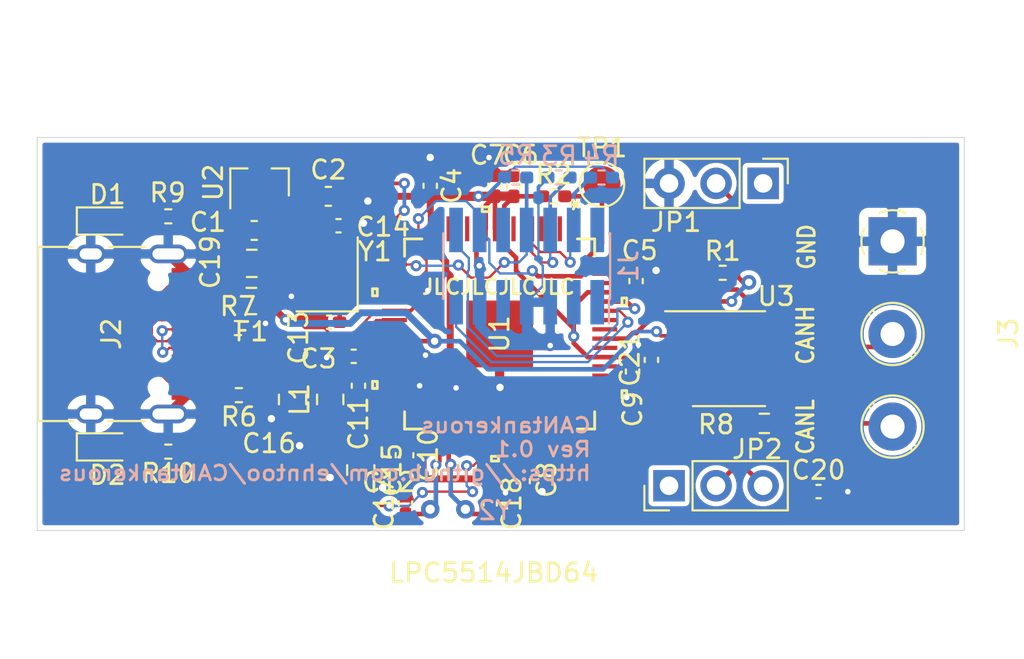
<source format=kicad_pcb>
(kicad_pcb (version 20171130) (host pcbnew 5.1.8)
  (layers (0 F.Cu signal) (31 B.Cu signal) (34 B.Paste user) (35 F.Paste user) (36 B.SilkS user) (37 F.SilkS user) (38 B.Mask user) (39 F.Mask user) (44 Edge.Cuts user))
  (net 0 "")
  (net 1 GND)
  (net 2 +3V3)
  (net 3 "Net-(C11-Pad2)")
  (net 4 "Net-(C13-Pad1)")
  (net 5 "Net-(C14-Pad2)")
  (net 6 "Net-(C17-Pad1)")
  (net 7 "Net-(C18-Pad2)")
  (net 8 +5V)
  (net 9 "Net-(J1-Pad1)")
  (net 10 "Net-(J1-Pad2)")
  (net 11 /SWDIO)
  (net 12 /SWCLK)
  (net 13 /SWO)
  (net 14 "Net-(J1-Pad9)")
  (net 15 "Net-(J1-Pad10)")
  (net 16 /~RESET)
  (net 17 /LPC_RX)
  (net 18 /LPC_TX)
  (net 19 "Net-(J2-PadB5)")
  (net 20 "Net-(J2-PadA8)")
  (net 21 "Net-(J2-PadA5)")
  (net 22 "Net-(J2-PadB8)")
  (net 23 /ISP_BOOT)
  (net 24 "Net-(JP1-Pad1)")
  (net 25 "Net-(JP2-Pad1)")
  (net 26 "Net-(JP2-Pad3)")
  (net 27 "Net-(L1-Pad1)")
  (net 28 "Net-(U1-Pad1)")
  (net 29 "Net-(U1-Pad2)")
  (net 30 "Net-(U1-Pad3)")
  (net 31 "Net-(U1-Pad4)")
  (net 32 "Net-(U1-Pad7)")
  (net 33 "Net-(U1-Pad12)")
  (net 34 "Net-(U1-Pad13)")
  (net 35 "Net-(U1-Pad14)")
  (net 36 "Net-(U1-Pad15)")
  (net 37 "Net-(U1-Pad36)")
  (net 38 "Net-(U1-Pad37)")
  (net 39 "Net-(U1-Pad38)")
  (net 40 /CAN_SILENT)
  (net 41 "Net-(U1-Pad40)")
  (net 42 /CAN_TD)
  (net 43 /CAN_RD)
  (net 44 "Net-(U1-Pad44)")
  (net 45 "Net-(U1-Pad45)")
  (net 46 "Net-(U1-Pad46)")
  (net 47 "Net-(U1-Pad47)")
  (net 48 "Net-(U1-Pad49)")
  (net 49 "Net-(U1-Pad50)")
  (net 50 "Net-(U1-Pad51)")
  (net 51 "Net-(U1-Pad52)")
  (net 52 "Net-(U1-Pad53)")
  (net 53 "Net-(U1-Pad55)")
  (net 54 "Net-(U1-Pad57)")
  (net 55 "Net-(U1-Pad58)")
  (net 56 "Net-(U1-Pad62)")
  (net 57 "Net-(U1-Pad63)")
  (net 58 "Net-(D1-Pad2)")
  (net 59 "Net-(D2-Pad2)")
  (net 60 /ACT)
  (net 61 /PWR)
  (net 62 /FUSED_5V)
  (net 63 /USB_D+)
  (net 64 /USB_D-)
  (net 65 /CANL)
  (net 66 /CANH)
  (module Capacitor_SMD:C_0402_1005Metric_Pad0.74x0.62mm_HandSolder (layer F.Cu) (at 151.9555 107.438 90)
    (fp_text reference C9 (at -2.036 0 90) (layer F.SilkS))
    (fp_text value 0.1uF)
    (pad 2 smd roundrect (at 0.5675 0 90) (size 0.735 0.62) (layers F.Cu F.Paste F.Mask) (net 2 +3V3))
    (pad 1 smd roundrect (at -0.5675 0 90) (size 0.735 0.62) (layers F.Cu F.Paste F.Mask) (net 1 GND))
  )
  (module Capacitor_SMD:C_0402_1005Metric_Pad0.74x0.62mm_HandSolder (layer F.Cu) (at 152.9715 106.811 90)
    (fp_text reference C21 (at 0 -1.16 90) (layer F.SilkS))
    (fp_text value 0.1uF)
    (pad 2 smd roundrect (at 0.5675 0 90) (size 0.735 0.62) (layers F.Cu F.Paste F.Mask) (net 1 GND))
    (pad 1 smd roundrect (at -0.5675 0 90) (size 0.735 0.62) (layers F.Cu F.Paste F.Mask) (net 62 /FUSED_5V))
  )
  (module Capacitor_SMD:C_0402_1005Metric_Pad0.74x0.62mm_HandSolder (layer F.Cu) (at 161.9925 113.915)
    (fp_text reference C20 (at 0 -1.16) (layer F.SilkS))
    (fp_text value 0.1uF)
    (pad 2 smd roundrect (at 0.5675 0) (size 0.735 0.62) (layers F.Cu F.Paste F.Mask) (net 1 GND))
    (pad 1 smd roundrect (at -0.5675 0) (size 0.735 0.62) (layers F.Cu F.Paste F.Mask) (net 2 +3V3))
  )
  (module Inductor_SMD:L_0805_2012Metric_Pad1.15x1.40mm_HandSolder (layer F.Cu) (at 135.636 108.9445 90)
    (fp_text reference L1 (at 0 -1.65 90) (layer F.SilkS))
    (fp_text value 4.7uH)
    (pad 2 smd roundrect (at 1.025 0 90) (size 1.15 1.4) (layers F.Cu F.Paste F.Mask) (roundrect_rratio 0.217391) (net 3 "Net-(C11-Pad2)"))
    (pad 1 smd roundrect (at -1.025 0 90) (size 1.15 1.4) (layers F.Cu F.Paste F.Mask) (roundrect_rratio 0.217391) (net 27 "Net-(L1-Pad1)"))
  )
  (module TerminalBlock_Phoenix:TerminalBlock_Phoenix_MKDS-1,5-3_1x03_P5.00mm_Horizontal (layer F.Cu) (at 165.989 100.41 270)
    (fp_text reference J3 (at 5 -6.26 270) (layer F.SilkS))
    (fp_text value Conn_01x03_Female)
    (pad 3 thru_hole circle (at 10 0 270) (size 2.6 2.6) (drill 1.3) (layers *.Cu *.Mask) (net 65 /CANL))
    (pad 2 thru_hole circle (at 5 0 270) (size 2.6 2.6) (drill 1.3) (layers *.Cu *.Mask) (net 66 /CANH))
    (pad 1 thru_hole rect (at 0 0 270) (size 2.6 2.6) (drill 1.3) (layers *.Cu *.Mask) (net 1 GND))
  )
  (module Crystal:Crystal_DS26_D2.0mm_L6.0mm_Horizontal (layer B.Cu) (at 141.0335 114.8715)
    (fp_text reference Y2 (at 3.4925 0.0635 180) (layer B.SilkS) (effects (justify mirror)))
    (fp_text value 32.768kHz)
    (pad 1 thru_hole circle (at 0 0) (size 1 1) (drill 0.5) (layers *.Cu *.Mask) (net 6 "Net-(C17-Pad1)"))
    (pad 2 thru_hole circle (at 1.9 0) (size 1 1) (drill 0.5) (layers *.Cu *.Mask) (net 7 "Net-(C18-Pad2)"))
  )
  (module "custom footprints:LPC5514JBD64" (layer F.Cu) (at 144.78 105.41 270)
    (fp_text reference U1 (at 0 0 90) (layer F.SilkS))
    (fp_text value LPC5514JBD64 (at 12.8905 0.3175 180) (layer F.SilkS))
    (fp_text user * (at -6.985 -4.381 90) (layer F.SilkS))
    (fp_text user * (at -6.985 -4.381 90) (layer F.SilkS))
    (pad 65 smd rect (at 0 0 270) (size 3.6068 3.6068) (layers F.Cu F.Paste F.Mask) (net 1 GND))
    (pad 64 smd rect (at -3.75 -5.6769 270) (size 0.2286 1.3462) (layers F.Cu F.Paste F.Mask) (net 1 GND))
    (pad 63 smd rect (at -3.250001 -5.6769 270) (size 0.2286 1.3462) (layers F.Cu F.Paste F.Mask) (net 57 "Net-(U1-Pad63)"))
    (pad 62 smd rect (at -2.75 -5.6769 270) (size 0.2286 1.3462) (layers F.Cu F.Paste F.Mask) (net 56 "Net-(U1-Pad62)"))
    (pad 61 smd rect (at -2.250001 -5.6769 270) (size 0.2286 1.3462) (layers F.Cu F.Paste F.Mask) (net 2 +3V3))
    (pad 60 smd rect (at -1.749999 -5.6769 270) (size 0.2286 1.3462) (layers F.Cu F.Paste F.Mask) (net 18 /LPC_TX))
    (pad 59 smd rect (at -1.25 -5.6769 270) (size 0.2286 1.3462) (layers F.Cu F.Paste F.Mask) (net 17 /LPC_RX))
    (pad 58 smd rect (at -0.750001 -5.6769 270) (size 0.2286 1.3462) (layers F.Cu F.Paste F.Mask) (net 55 "Net-(U1-Pad58)"))
    (pad 57 smd rect (at -0.25 -5.6769 270) (size 0.2286 1.3462) (layers F.Cu F.Paste F.Mask) (net 54 "Net-(U1-Pad57)"))
    (pad 56 smd rect (at 0.25 -5.6769 270) (size 0.2286 1.3462) (layers F.Cu F.Paste F.Mask) (net 23 /ISP_BOOT))
    (pad 55 smd rect (at 0.750001 -5.6769 270) (size 0.2286 1.3462) (layers F.Cu F.Paste F.Mask) (net 53 "Net-(U1-Pad55)"))
    (pad 54 smd rect (at 1.25 -5.6769 270) (size 0.2286 1.3462) (layers F.Cu F.Paste F.Mask) (net 2 +3V3))
    (pad 53 smd rect (at 1.749999 -5.6769 270) (size 0.2286 1.3462) (layers F.Cu F.Paste F.Mask) (net 52 "Net-(U1-Pad53)"))
    (pad 52 smd rect (at 2.250001 -5.6769 270) (size 0.2286 1.3462) (layers F.Cu F.Paste F.Mask) (net 51 "Net-(U1-Pad52)"))
    (pad 51 smd rect (at 2.75 -5.6769 270) (size 0.2286 1.3462) (layers F.Cu F.Paste F.Mask) (net 50 "Net-(U1-Pad51)"))
    (pad 50 smd rect (at 3.250001 -5.6769 270) (size 0.2286 1.3462) (layers F.Cu F.Paste F.Mask) (net 49 "Net-(U1-Pad50)"))
    (pad 49 smd rect (at 3.75 -5.6769 270) (size 0.2286 1.3462) (layers F.Cu F.Paste F.Mask) (net 48 "Net-(U1-Pad49)"))
    (pad 48 smd rect (at 5.6769 -3.75) (size 0.2286 1.3462) (layers F.Cu F.Paste F.Mask) (net 40 /CAN_SILENT))
    (pad 47 smd rect (at 5.6769 -3.250001) (size 0.2286 1.3462) (layers F.Cu F.Paste F.Mask) (net 47 "Net-(U1-Pad47)"))
    (pad 46 smd rect (at 5.6769 -2.75) (size 0.2286 1.3462) (layers F.Cu F.Paste F.Mask) (net 46 "Net-(U1-Pad46)"))
    (pad 45 smd rect (at 5.6769 -2.250001) (size 0.2286 1.3462) (layers F.Cu F.Paste F.Mask) (net 45 "Net-(U1-Pad45)"))
    (pad 44 smd rect (at 5.6769 -1.749999) (size 0.2286 1.3462) (layers F.Cu F.Paste F.Mask) (net 44 "Net-(U1-Pad44)"))
    (pad 43 smd rect (at 5.6769 -1.25) (size 0.2286 1.3462) (layers F.Cu F.Paste F.Mask) (net 2 +3V3))
    (pad 42 smd rect (at 5.6769 -0.750001) (size 0.2286 1.3462) (layers F.Cu F.Paste F.Mask) (net 43 /CAN_RD))
    (pad 41 smd rect (at 5.6769 -0.25) (size 0.2286 1.3462) (layers F.Cu F.Paste F.Mask) (net 42 /CAN_TD))
    (pad 40 smd rect (at 5.6769 0.25) (size 0.2286 1.3462) (layers F.Cu F.Paste F.Mask) (net 41 "Net-(U1-Pad40)"))
    (pad 39 smd rect (at 5.6769 0.750001) (size 0.2286 1.3462) (layers F.Cu F.Paste F.Mask) (net 61 /PWR))
    (pad 38 smd rect (at 5.6769 1.25) (size 0.2286 1.3462) (layers F.Cu F.Paste F.Mask) (net 39 "Net-(U1-Pad38)"))
    (pad 37 smd rect (at 5.6769 1.749999) (size 0.2286 1.3462) (layers F.Cu F.Paste F.Mask) (net 38 "Net-(U1-Pad37)"))
    (pad 36 smd rect (at 5.6769 2.250001) (size 0.2286 1.3462) (layers F.Cu F.Paste F.Mask) (net 37 "Net-(U1-Pad36)"))
    (pad 35 smd rect (at 5.6769 2.75) (size 0.2286 1.3462) (layers F.Cu F.Paste F.Mask) (net 7 "Net-(C18-Pad2)"))
    (pad 34 smd rect (at 5.6769 3.250001) (size 0.2286 1.3462) (layers F.Cu F.Paste F.Mask) (net 6 "Net-(C17-Pad1)"))
    (pad 33 smd rect (at 5.6769 3.75) (size 0.2286 1.3462) (layers F.Cu F.Paste F.Mask) (net 2 +3V3))
    (pad 32 smd rect (at 3.75 5.6769 270) (size 0.2286 1.3462) (layers F.Cu F.Paste F.Mask) (net 2 +3V3))
    (pad 31 smd rect (at 3.250001 5.6769 270) (size 0.2286 1.3462) (layers F.Cu F.Paste F.Mask) (net 27 "Net-(L1-Pad1)"))
    (pad 30 smd rect (at 2.75 5.6769 270) (size 0.2286 1.3462) (layers F.Cu F.Paste F.Mask) (net 1 GND))
    (pad 29 smd rect (at 2.250001 5.6769 270) (size 0.2286 1.3462) (layers F.Cu F.Paste F.Mask) (net 3 "Net-(C11-Pad2)"))
    (pad 28 smd rect (at 1.749999 5.6769 270) (size 0.2286 1.3462) (layers F.Cu F.Paste F.Mask) (net 3 "Net-(C11-Pad2)"))
    (pad 27 smd rect (at 1.25 5.6769 270) (size 0.2286 1.3462) (layers F.Cu F.Paste F.Mask) (net 2 +3V3))
    (pad 26 smd rect (at 0.750001 5.6769 270) (size 0.2286 1.3462) (layers F.Cu F.Paste F.Mask) (net 1 GND))
    (pad 25 smd rect (at 0.25 5.6769 270) (size 0.2286 1.3462) (layers F.Cu F.Paste F.Mask) (net 62 /FUSED_5V))
    (pad 24 smd rect (at -0.25 5.6769 270) (size 0.2286 1.3462) (layers F.Cu F.Paste F.Mask) (net 64 /USB_D-))
    (pad 23 smd rect (at -0.750001 5.6769 270) (size 0.2286 1.3462) (layers F.Cu F.Paste F.Mask) (net 63 /USB_D+))
    (pad 22 smd rect (at -1.25 5.6769 270) (size 0.2286 1.3462) (layers F.Cu F.Paste F.Mask) (net 1 GND))
    (pad 21 smd rect (at -1.749999 5.6769 270) (size 0.2286 1.3462) (layers F.Cu F.Paste F.Mask) (net 16 /~RESET))
    (pad 20 smd rect (at -2.250001 5.6769 270) (size 0.2286 1.3462) (layers F.Cu F.Paste F.Mask) (net 4 "Net-(C13-Pad1)"))
    (pad 19 smd rect (at -2.75 5.6769 270) (size 0.2286 1.3462) (layers F.Cu F.Paste F.Mask) (net 5 "Net-(C14-Pad2)"))
    (pad 18 smd rect (at -3.250001 5.6769 270) (size 0.2286 1.3462) (layers F.Cu F.Paste F.Mask) (net 60 /ACT))
    (pad 17 smd rect (at -3.75 5.6769 270) (size 0.2286 1.3462) (layers F.Cu F.Paste F.Mask) (net 13 /SWO))
    (pad 16 smd rect (at -5.6769 3.75) (size 0.2286 1.3462) (layers F.Cu F.Paste F.Mask) (net 2 +3V3))
    (pad 15 smd rect (at -5.6769 3.250001) (size 0.2286 1.3462) (layers F.Cu F.Paste F.Mask) (net 36 "Net-(U1-Pad15)"))
    (pad 14 smd rect (at -5.6769 2.75) (size 0.2286 1.3462) (layers F.Cu F.Paste F.Mask) (net 35 "Net-(U1-Pad14)"))
    (pad 13 smd rect (at -5.6769 2.250001) (size 0.2286 1.3462) (layers F.Cu F.Paste F.Mask) (net 34 "Net-(U1-Pad13)"))
    (pad 12 smd rect (at -5.6769 1.749999) (size 0.2286 1.3462) (layers F.Cu F.Paste F.Mask) (net 33 "Net-(U1-Pad12)"))
    (pad 11 smd rect (at -5.6769 1.25) (size 0.2286 1.3462) (layers F.Cu F.Paste F.Mask) (net 1 GND))
    (pad 10 smd rect (at -5.6769 0.750001) (size 0.2286 1.3462) (layers F.Cu F.Paste F.Mask) (net 2 +3V3))
    (pad 9 smd rect (at -5.6769 0.25) (size 0.2286 1.3462) (layers F.Cu F.Paste F.Mask) (net 2 +3V3))
    (pad 8 smd rect (at -5.6769 -0.25) (size 0.2286 1.3462) (layers F.Cu F.Paste F.Mask) (net 2 +3V3))
    (pad 7 smd rect (at -5.6769 -0.750001) (size 0.2286 1.3462) (layers F.Cu F.Paste F.Mask) (net 32 "Net-(U1-Pad7)"))
    (pad 6 smd rect (at -5.6769 -1.25) (size 0.2286 1.3462) (layers F.Cu F.Paste F.Mask) (net 12 /SWCLK))
    (pad 5 smd rect (at -5.6769 -1.749999) (size 0.2286 1.3462) (layers F.Cu F.Paste F.Mask) (net 11 /SWDIO))
    (pad 4 smd rect (at -5.6769 -2.250001) (size 0.2286 1.3462) (layers F.Cu F.Paste F.Mask) (net 31 "Net-(U1-Pad4)"))
    (pad 3 smd rect (at -5.6769 -2.75) (size 0.2286 1.3462) (layers F.Cu F.Paste F.Mask) (net 30 "Net-(U1-Pad3)"))
    (pad 2 smd rect (at -5.6769 -3.250001) (size 0.2286 1.3462) (layers F.Cu F.Paste F.Mask) (net 29 "Net-(U1-Pad2)"))
    (pad 1 smd rect (at -5.6769 -3.75) (size 0.2286 1.3462) (layers F.Cu F.Paste F.Mask) (net 28 "Net-(U1-Pad1)"))
  )
  (module Crystal:Crystal_SMD_3225-4Pin_3.2x2.5mm (layer F.Cu) (at 135.47 102.192 90)
    (fp_text reference Y1 (at 1.227 2.579 180) (layer F.SilkS))
    (fp_text value 16MHz)
    (pad 4 smd rect (at -1.1 -0.85 90) (size 1.4 1.2) (layers F.Cu F.Paste F.Mask) (net 1 GND))
    (pad 3 smd rect (at 1.1 -0.85 90) (size 1.4 1.2) (layers F.Cu F.Paste F.Mask) (net 5 "Net-(C14-Pad2)"))
    (pad 2 smd rect (at 1.1 0.85 90) (size 1.4 1.2) (layers F.Cu F.Paste F.Mask) (net 1 GND))
    (pad 1 smd rect (at -1.1 0.85 90) (size 1.4 1.2) (layers F.Cu F.Paste F.Mask) (net 4 "Net-(C13-Pad1)"))
  )
  (module Capacitor_SMD:C_0805_2012Metric_Pad1.18x1.45mm_HandSolder (layer F.Cu) (at 131.403 101.6 180)
    (fp_text reference C19 (at 2.244 0.0635 90) (layer F.SilkS))
    (fp_text value 10uF)
    (pad 2 smd roundrect (at 1.0375 0 180) (size 1.175 1.45) (layers F.Cu F.Paste F.Mask) (roundrect_rratio 0.2127659574468085) (net 1 GND))
    (pad 1 smd roundrect (at -1.0375 0 180) (size 1.175 1.45) (layers F.Cu F.Paste F.Mask) (roundrect_rratio 0.2127659574468085) (net 62 /FUSED_5V))
  )
  (module Capacitor_SMD:C_0603_1608Metric_Pad1.08x0.95mm_HandSolder (layer F.Cu) (at 135.5355 97.9805)
    (fp_text reference C2 (at 0 -1.43) (layer F.SilkS))
    (fp_text value 1uF)
    (pad 1 smd roundrect (at -0.8625 0) (size 1.075 0.95) (layers F.Cu F.Paste F.Mask) (net 2 +3V3))
    (pad 2 smd roundrect (at 0.8625 0) (size 1.075 0.95) (layers F.Cu F.Paste F.Mask) (net 1 GND))
  )
  (module Capacitor_SMD:C_0603_1608Metric_Pad1.08x0.95mm_HandSolder (layer F.Cu) (at 131.535 99.822 180)
    (fp_text reference C1 (at 2.503 0.4445) (layer F.SilkS))
    (fp_text value 1uF)
    (pad 2 smd roundrect (at 0.8625 0 180) (size 1.075 0.95) (layers F.Cu F.Paste F.Mask) (net 1 GND))
    (pad 1 smd roundrect (at -0.8625 0 180) (size 1.075 0.95) (layers F.Cu F.Paste F.Mask) (net 62 /FUSED_5V))
  )
  (module Package_TO_SOT_SMD:SOT-23 (layer F.Cu) (at 131.8235 97.2345 90)
    (fp_text reference U2 (at 0 -2.5 90) (layer F.SilkS))
    (fp_text value APE8865N-33-HF-3)
    (pad 3 smd rect (at 1 0 90) (size 0.9 0.8) (layers F.Cu F.Paste F.Mask) (net 62 /FUSED_5V))
    (pad 2 smd rect (at -1 0.95 90) (size 0.9 0.8) (layers F.Cu F.Paste F.Mask) (net 2 +3V3))
    (pad 1 smd rect (at -1 -0.95 90) (size 0.9 0.8) (layers F.Cu F.Paste F.Mask) (net 1 GND))
  )
  (module Resistor_SMD:R_0402_1005Metric_Pad0.72x0.64mm_HandSolder (layer F.Cu) (at 126.899 111.76 180)
    (fp_text reference R10 (at 0 -1.17) (layer F.SilkS))
    (fp_text value 560R)
    (pad 2 smd roundrect (at 0.5975 0 180) (size 0.715 0.64) (layers F.Cu F.Paste F.Mask) (net 59 "Net-(D2-Pad2)"))
    (pad 1 smd roundrect (at -0.5975 0 180) (size 0.715 0.64) (layers F.Cu F.Paste F.Mask) (net 61 /PWR))
  )
  (module Resistor_SMD:R_0402_1005Metric_Pad0.72x0.64mm_HandSolder (layer F.Cu) (at 126.899 99.06 180)
    (fp_text reference R9 (at 0.0375 1.27) (layer F.SilkS))
    (fp_text value 560R)
    (pad 2 smd roundrect (at 0.5975 0 180) (size 0.715 0.64) (layers F.Cu F.Paste F.Mask) (net 58 "Net-(D1-Pad2)"))
    (pad 1 smd roundrect (at -0.5975 0 180) (size 0.715 0.64) (layers F.Cu F.Paste F.Mask) (net 60 /ACT))
  )
  (module Diode_SMD:D_0603_1608Metric_Pad1.05x0.95mm_HandSolder (layer F.Cu) (at 123.6205 111.506)
    (fp_text reference D2 (at 0 1.524) (layer F.SilkS))
    (fp_text value LED_PWR)
    (pad 2 smd roundrect (at 0.875 0) (size 1.05 0.95) (layers F.Cu F.Paste F.Mask) (net 59 "Net-(D2-Pad2)"))
    (pad 1 smd roundrect (at -0.875 0) (size 1.05 0.95) (layers F.Cu F.Paste F.Mask) (net 1 GND))
  )
  (module Diode_SMD:D_0603_1608Metric_Pad1.05x0.95mm_HandSolder (layer F.Cu) (at 123.6205 99.314)
    (fp_text reference D1 (at 0 -1.43) (layer F.SilkS))
    (fp_text value LED_ACT)
    (pad 2 smd roundrect (at 0.875 0) (size 1.05 0.95) (layers F.Cu F.Paste F.Mask) (net 58 "Net-(D1-Pad2)"))
    (pad 1 smd roundrect (at -0.875 0) (size 1.05 0.95) (layers F.Cu F.Paste F.Mask) (net 1 GND))
  )
  (module Connector_PinHeader_1.27mm:PinHeader_2x07_P1.27mm_Vertical_SMD (layer B.Cu) (at 146.2405 101.7455 90)
    (fp_text reference J1 (at 0 5.505 90) (layer B.SilkS) (effects (justify mirror)))
    (fp_text value Conn_ST_STDC14)
    (pad 1 smd rect (at -1.95 3.81 90) (size 2.4 0.74) (layers B.Cu B.Paste B.Mask) (net 9 "Net-(J1-Pad1)"))
    (pad 2 smd rect (at 1.95 3.81 90) (size 2.4 0.74) (layers B.Cu B.Paste B.Mask) (net 10 "Net-(J1-Pad2)"))
    (pad 3 smd rect (at -1.95 2.54 90) (size 2.4 0.74) (layers B.Cu B.Paste B.Mask) (net 2 +3V3))
    (pad 4 smd rect (at 1.95 2.54 90) (size 2.4 0.74) (layers B.Cu B.Paste B.Mask) (net 11 /SWDIO))
    (pad 5 smd rect (at -1.95 1.27 90) (size 2.4 0.74) (layers B.Cu B.Paste B.Mask) (net 1 GND))
    (pad 6 smd rect (at 1.95 1.27 90) (size 2.4 0.74) (layers B.Cu B.Paste B.Mask) (net 12 /SWCLK))
    (pad 7 smd rect (at -1.95 0 90) (size 2.4 0.74) (layers B.Cu B.Paste B.Mask) (net 1 GND))
    (pad 8 smd rect (at 1.95 0 90) (size 2.4 0.74) (layers B.Cu B.Paste B.Mask) (net 13 /SWO))
    (pad 9 smd rect (at -1.95 -1.27 90) (size 2.4 0.74) (layers B.Cu B.Paste B.Mask) (net 14 "Net-(J1-Pad9)"))
    (pad 10 smd rect (at 1.95 -1.27 90) (size 2.4 0.74) (layers B.Cu B.Paste B.Mask) (net 15 "Net-(J1-Pad10)"))
    (pad 11 smd rect (at -1.95 -2.54 90) (size 2.4 0.74) (layers B.Cu B.Paste B.Mask) (net 1 GND))
    (pad 12 smd rect (at 1.95 -2.54 90) (size 2.4 0.74) (layers B.Cu B.Paste B.Mask) (net 16 /~RESET))
    (pad 13 smd rect (at -1.95 -3.81 90) (size 2.4 0.74) (layers B.Cu B.Paste B.Mask) (net 17 /LPC_RX))
    (pad 14 smd rect (at 1.95 -3.81 90) (size 2.4 0.74) (layers B.Cu B.Paste B.Mask) (net 18 /LPC_TX))
  )
  (module Capacitor_SMD:C_0402_1005Metric_Pad0.74x0.62mm_HandSolder (layer F.Cu) (at 136.906 106.6165)
    (fp_text reference C3 (at -1.909 0.127) (layer F.SilkS))
    (fp_text value 0.1uF)
    (pad 1 smd roundrect (at -0.5675 0) (size 0.735 0.62) (layers F.Cu F.Paste F.Mask) (net 1 GND))
    (pad 2 smd roundrect (at 0.5675 0) (size 0.735 0.62) (layers F.Cu F.Paste F.Mask) (net 2 +3V3))
  )
  (module Capacitor_SMD:C_0402_1005Metric_Pad0.74x0.62mm_HandSolder (layer F.Cu) (at 141.0335 97.413 270)
    (fp_text reference C4 (at 0 -1.16 90) (layer F.SilkS))
    (fp_text value 0.1uF)
    (pad 1 smd roundrect (at -0.5675 0 270) (size 0.735 0.62) (layers F.Cu F.Paste F.Mask) (net 1 GND))
    (pad 2 smd roundrect (at 0.5675 0 270) (size 0.735 0.62) (layers F.Cu F.Paste F.Mask) (net 2 +3V3))
  )
  (module Capacitor_SMD:C_0402_1005Metric_Pad0.74x0.62mm_HandSolder (layer F.Cu) (at 152.146 102.5565 270)
    (fp_text reference C5 (at -1.655 -0.1905 180) (layer F.SilkS))
    (fp_text value 0.1uF)
    (pad 2 smd roundrect (at 0.5675 0 270) (size 0.735 0.62) (layers F.Cu F.Paste F.Mask) (net 2 +3V3))
    (pad 1 smd roundrect (at -0.5675 0 270) (size 0.735 0.62) (layers F.Cu F.Paste F.Mask) (net 1 GND))
  )
  (module Capacitor_SMD:C_0402_1005Metric_Pad0.74x0.62mm_HandSolder (layer F.Cu) (at 145.542 97.413 270)
    (fp_text reference C6 (at -1.655 -0.381 180) (layer F.SilkS))
    (fp_text value 0.1uF)
    (pad 1 smd roundrect (at -0.5675 0 270) (size 0.735 0.62) (layers F.Cu F.Paste F.Mask) (net 1 GND))
    (pad 2 smd roundrect (at 0.5675 0 270) (size 0.735 0.62) (layers F.Cu F.Paste F.Mask) (net 2 +3V3))
  )
  (module Capacitor_SMD:C_0402_1005Metric_Pad0.74x0.62mm_HandSolder (layer F.Cu) (at 144.526 97.405 270)
    (fp_text reference C7 (at -1.647 0.381 180) (layer F.SilkS))
    (fp_text value 0.1uF)
    (pad 1 smd roundrect (at -0.5675 0 270) (size 0.735 0.62) (layers F.Cu F.Paste F.Mask) (net 1 GND))
    (pad 2 smd roundrect (at 0.5675 0 270) (size 0.735 0.62) (layers F.Cu F.Paste F.Mask) (net 2 +3V3))
  )
  (module Capacitor_SMD:C_0402_1005Metric_Pad0.74x0.62mm_HandSolder (layer F.Cu) (at 146.05 113.3515 90)
    (fp_text reference C8 (at 0.0675 1.27 90) (layer F.SilkS))
    (fp_text value 0.1uF)
    (pad 1 smd roundrect (at -0.5675 0 90) (size 0.735 0.62) (layers F.Cu F.Paste F.Mask) (net 1 GND))
    (pad 2 smd roundrect (at 0.5675 0 90) (size 0.735 0.62) (layers F.Cu F.Paste F.Mask) (net 2 +3V3))
  )
  (module Capacitor_SMD:C_0402_1005Metric_Pad0.74x0.62mm_HandSolder (layer F.Cu) (at 139.7635 111.9545 270)
    (fp_text reference C10 (at 0 -1.16 90) (layer F.SilkS))
    (fp_text value 47pF)
    (pad 2 smd roundrect (at 0.5675 0 270) (size 0.735 0.62) (layers F.Cu F.Paste F.Mask) (net 1 GND))
    (pad 1 smd roundrect (at -0.5675 0 270) (size 0.735 0.62) (layers F.Cu F.Paste F.Mask) (net 2 +3V3))
  )
  (module Capacitor_SMD:C_0402_1005Metric_Pad0.74x0.62mm_HandSolder (layer F.Cu) (at 137.16 108.204 90)
    (fp_text reference C11 (at -2.036 0 90) (layer F.SilkS))
    (fp_text value 0.1uF)
    (pad 2 smd roundrect (at 0.5675 0 90) (size 0.735 0.62) (layers F.Cu F.Paste F.Mask) (net 3 "Net-(C11-Pad2)"))
    (pad 1 smd roundrect (at -0.5675 0 90) (size 0.735 0.62) (layers F.Cu F.Paste F.Mask) (net 1 GND))
  )
  (module Capacitor_SMD:C_0402_1005Metric_Pad0.74x0.62mm_HandSolder (layer F.Cu) (at 138.811 111.9545 270)
    (fp_text reference C12 (at 1.4645 0) (layer F.SilkS))
    (fp_text value 0.1uF)
    (pad 1 smd roundrect (at -0.5675 0 270) (size 0.735 0.62) (layers F.Cu F.Paste F.Mask) (net 2 +3V3))
    (pad 2 smd roundrect (at 0.5675 0 270) (size 0.735 0.62) (layers F.Cu F.Paste F.Mask) (net 1 GND))
  )
  (module Capacitor_SMD:C_0402_1005Metric_Pad0.74x0.62mm_HandSolder (layer F.Cu) (at 135.5765 104.775 180)
    (fp_text reference C13 (at 1.655 -0.8255 90) (layer F.SilkS))
    (fp_text value 12pF)
    (pad 2 smd roundrect (at 0.5675 0 180) (size 0.735 0.62) (layers F.Cu F.Paste F.Mask) (net 1 GND))
    (pad 1 smd roundrect (at -0.5675 0 180) (size 0.735 0.62) (layers F.Cu F.Paste F.Mask) (net 4 "Net-(C13-Pad1)"))
  )
  (module Capacitor_SMD:C_0402_1005Metric_Pad0.74x0.62mm_HandSolder (layer F.Cu) (at 136.0845 99.568 180)
    (fp_text reference C14 (at -2.409 -0.0635) (layer F.SilkS))
    (fp_text value 12pF)
    (pad 1 smd roundrect (at -0.5675 0 180) (size 0.735 0.62) (layers F.Cu F.Paste F.Mask) (net 1 GND))
    (pad 2 smd roundrect (at 0.5675 0 180) (size 0.735 0.62) (layers F.Cu F.Paste F.Mask) (net 5 "Net-(C14-Pad2)"))
  )
  (module Capacitor_SMD:C_0805_2012Metric_Pad1.18x1.45mm_HandSolder (layer F.Cu) (at 137.287 112.7545 270)
    (fp_text reference C15 (at 0 -1.68 90) (layer F.SilkS))
    (fp_text value 22uF)
    (pad 1 smd roundrect (at -1.0375 0 270) (size 1.175 1.45) (layers F.Cu F.Paste F.Mask) (roundrect_rratio 0.2127659574468085) (net 2 +3V3))
    (pad 2 smd roundrect (at 1.0375 0 270) (size 1.175 1.45) (layers F.Cu F.Paste F.Mask) (roundrect_rratio 0.2127659574468085) (net 1 GND))
  )
  (module Capacitor_SMD:C_0805_2012Metric_Pad1.18x1.45mm_HandSolder (layer F.Cu) (at 133.604 108.9445 90)
    (fp_text reference C16 (at -2.371 -1.27 180) (layer F.SilkS))
    (fp_text value 22uF)
    (pad 2 smd roundrect (at 1.0375 0 90) (size 1.175 1.45) (layers F.Cu F.Paste F.Mask) (roundrect_rratio 0.2127659574468085) (net 3 "Net-(C11-Pad2)"))
    (pad 1 smd roundrect (at -1.0375 0 90) (size 1.175 1.45) (layers F.Cu F.Paste F.Mask) (roundrect_rratio 0.2127659574468085) (net 1 GND))
  )
  (module Capacitor_SMD:C_0402_1005Metric_Pad0.74x0.62mm_HandSolder (layer F.Cu) (at 139.7 114.558 90)
    (fp_text reference C17 (at 0 -1.16 90) (layer F.SilkS))
    (fp_text value 12pF)
    (pad 1 smd roundrect (at -0.5675 0 90) (size 0.735 0.62) (layers F.Cu F.Paste F.Mask) (net 6 "Net-(C17-Pad1)"))
    (pad 2 smd roundrect (at 0.5675 0 90) (size 0.735 0.62) (layers F.Cu F.Paste F.Mask) (net 1 GND))
  )
  (module Capacitor_SMD:C_0402_1005Metric_Pad0.74x0.62mm_HandSolder (layer F.Cu) (at 144.272 114.558 270)
    (fp_text reference C18 (at 0 -1.16 90) (layer F.SilkS))
    (fp_text value 12pF)
    (pad 1 smd roundrect (at -0.5675 0 270) (size 0.735 0.62) (layers F.Cu F.Paste F.Mask) (net 1 GND))
    (pad 2 smd roundrect (at 0.5675 0 270) (size 0.735 0.62) (layers F.Cu F.Paste F.Mask) (net 7 "Net-(C18-Pad2)"))
  )
  (module Fuse:Fuse_0805_2012Metric_Pad1.15x1.40mm_HandSolder (layer F.Cu) (at 131.3815 103.632 180)
    (fp_text reference F1 (at 0 -1.65) (layer F.SilkS))
    (fp_text value 500mA)
    (pad 1 smd roundrect (at -1.025 0 180) (size 1.15 1.4) (layers F.Cu F.Paste F.Mask) (roundrect_rratio 0.2173904347826087) (net 62 /FUSED_5V))
    (pad 2 smd roundrect (at 1.025 0 180) (size 1.15 1.4) (layers F.Cu F.Paste F.Mask) (roundrect_rratio 0.2173904347826087) (net 8 +5V))
  )
  (module Connector_USB:USB_C_Receptacle_HRO_TYPE-C-31-M-12 (layer F.Cu) (at 123.7615 105.41 270)
    (fp_text reference J2 (at 0 -0.0635 90) (layer F.SilkS))
    (fp_text value USB_C_Receptacle_USB2.0)
    (pad S1 thru_hole oval (at 4.32 1.05 270) (size 1 1.6) (drill oval 0.6 1.2) (layers *.Cu *.Mask) (net 1 GND))
    (pad "" np_thru_hole circle (at 2.89 -2.6 270) (size 0.65 0.65) (drill 0.65) (layers *.Cu *.Mask))
    (pad S1 thru_hole oval (at -4.32 1.05 270) (size 1 1.6) (drill oval 0.6 1.2) (layers *.Cu *.Mask) (net 1 GND))
    (pad "" np_thru_hole circle (at -2.89 -2.6 270) (size 0.65 0.65) (drill 0.65) (layers *.Cu *.Mask))
    (pad S1 thru_hole oval (at -4.32 -3.13 270) (size 1 2.1) (drill oval 0.6 1.7) (layers *.Cu *.Mask) (net 1 GND))
    (pad S1 thru_hole oval (at 4.32 -3.13 270) (size 1 2.1) (drill oval 0.6 1.7) (layers *.Cu *.Mask) (net 1 GND))
    (pad A6 smd rect (at -0.25 -4.045 270) (size 0.3 1.45) (layers F.Cu F.Paste F.Mask) (net 63 /USB_D+))
    (pad B5 smd rect (at 1.75 -4.045 270) (size 0.3 1.45) (layers F.Cu F.Paste F.Mask) (net 19 "Net-(J2-PadB5)"))
    (pad A8 smd rect (at 1.25 -4.045 270) (size 0.3 1.45) (layers F.Cu F.Paste F.Mask) (net 20 "Net-(J2-PadA8)"))
    (pad B6 smd rect (at 0.75 -4.045 270) (size 0.3 1.45) (layers F.Cu F.Paste F.Mask) (net 63 /USB_D+))
    (pad A7 smd rect (at 0.25 -4.045 270) (size 0.3 1.45) (layers F.Cu F.Paste F.Mask) (net 64 /USB_D-))
    (pad B7 smd rect (at -0.75 -4.045 270) (size 0.3 1.45) (layers F.Cu F.Paste F.Mask) (net 64 /USB_D-))
    (pad A5 smd rect (at -1.25 -4.045 270) (size 0.3 1.45) (layers F.Cu F.Paste F.Mask) (net 21 "Net-(J2-PadA5)"))
    (pad B8 smd rect (at -1.75 -4.045 270) (size 0.3 1.45) (layers F.Cu F.Paste F.Mask) (net 22 "Net-(J2-PadB8)"))
    (pad A12 smd rect (at 3.25 -4.045 270) (size 0.6 1.45) (layers F.Cu F.Paste F.Mask) (net 1 GND))
    (pad B4 smd rect (at 2.45 -4.045 270) (size 0.6 1.45) (layers F.Cu F.Paste F.Mask) (net 8 +5V))
    (pad A4 smd rect (at -2.45 -4.045 270) (size 0.6 1.45) (layers F.Cu F.Paste F.Mask) (net 8 +5V))
    (pad A1 smd rect (at -3.25 -4.045 270) (size 0.6 1.45) (layers F.Cu F.Paste F.Mask) (net 1 GND))
    (pad B12 smd rect (at -3.25 -4.045 270) (size 0.6 1.45) (layers F.Cu F.Paste F.Mask) (net 1 GND))
    (pad B9 smd rect (at -2.45 -4.045 270) (size 0.6 1.45) (layers F.Cu F.Paste F.Mask) (net 8 +5V))
    (pad A9 smd rect (at 2.45 -4.045 270) (size 0.6 1.45) (layers F.Cu F.Paste F.Mask) (net 8 +5V))
    (pad B1 smd rect (at 3.25 -4.045 270) (size 0.6 1.45) (layers F.Cu F.Paste F.Mask) (net 1 GND))
  )
  (module Connector_PinHeader_2.54mm:PinHeader_1x03_P2.54mm_Vertical (layer F.Cu) (at 159.004 97.282 270)
    (fp_text reference JP1 (at 2.0955 4.699 180) (layer F.SilkS))
    (fp_text value BOOT)
    (pad 3 thru_hole oval (at 0 5.08 270) (size 1.7 1.7) (drill 1) (layers *.Cu *.Mask) (net 1 GND))
    (pad 2 thru_hole oval (at 0 2.54 270) (size 1.7 1.7) (drill 1) (layers *.Cu *.Mask) (net 23 /ISP_BOOT))
    (pad 1 thru_hole rect (at 0 0 270) (size 1.7 1.7) (drill 1) (layers *.Cu *.Mask) (net 24 "Net-(JP1-Pad1)"))
  )
  (module Connector_PinHeader_2.54mm:PinHeader_1x03_P2.54mm_Vertical (layer F.Cu) (at 153.924 113.6015 90)
    (fp_text reference JP2 (at 1.9685 4.7625 180) (layer F.SilkS))
    (fp_text value TERM)
    (pad 1 thru_hole rect (at 0 0 90) (size 1.7 1.7) (drill 1) (layers *.Cu *.Mask) (net 25 "Net-(JP2-Pad1)"))
    (pad 2 thru_hole oval (at 0 2.54 90) (size 1.7 1.7) (drill 1) (layers *.Cu *.Mask) (net 66 /CANH))
    (pad 3 thru_hole oval (at 0 5.08 90) (size 1.7 1.7) (drill 1) (layers *.Cu *.Mask) (net 26 "Net-(JP2-Pad3)"))
  )
  (module Resistor_SMD:R_0402_1005Metric_Pad0.72x0.64mm_HandSolder (layer F.Cu) (at 156.819 102.108)
    (fp_text reference R1 (at 0 -1.17) (layer F.SilkS))
    (fp_text value 10k)
    (pad 1 smd roundrect (at -0.5975 0) (size 0.715 0.64) (layers F.Cu F.Paste F.Mask) (net 2 +3V3))
    (pad 2 smd roundrect (at 0.5975 0) (size 0.715 0.64) (layers F.Cu F.Paste F.Mask) (net 23 /ISP_BOOT))
  )
  (module Resistor_SMD:R_0402_1005Metric_Pad0.72x0.64mm_HandSolder (layer F.Cu) (at 147.701 97.9805)
    (fp_text reference R2 (at 0 -1.17) (layer F.SilkS))
    (fp_text value 10k)
    (pad 1 smd roundrect (at -0.5975 0) (size 0.715 0.64) (layers F.Cu F.Paste F.Mask) (net 2 +3V3))
    (pad 2 smd roundrect (at 0.5975 0) (size 0.715 0.64) (layers F.Cu F.Paste F.Mask) (net 16 /~RESET))
  )
  (module Resistor_SMD:R_0402_1005Metric_Pad0.72x0.64mm_HandSolder (layer B.Cu) (at 147.981 96.9645 180)
    (fp_text reference R3 (at 0 1.17) (layer B.SilkS) (effects (justify mirror)))
    (fp_text value 10k)
    (pad 2 smd roundrect (at 0.5975 0 180) (size 0.715 0.64) (layers B.Cu B.Paste B.Mask) (net 1 GND))
    (pad 1 smd roundrect (at -0.5975 0 180) (size 0.715 0.64) (layers B.Cu B.Paste B.Mask) (net 12 /SWCLK))
  )
  (module Resistor_SMD:R_0402_1005Metric_Pad0.72x0.64mm_HandSolder (layer B.Cu) (at 150.2785 96.9645 180)
    (fp_text reference R4 (at 0 1.17) (layer B.SilkS) (effects (justify mirror)))
    (fp_text value 10k)
    (pad 1 smd roundrect (at -0.5975 0 180) (size 0.715 0.64) (layers B.Cu B.Paste B.Mask) (net 2 +3V3))
    (pad 2 smd roundrect (at 0.5975 0 180) (size 0.715 0.64) (layers B.Cu B.Paste B.Mask) (net 11 /SWDIO))
  )
  (module Resistor_SMD:R_0402_1005Metric_Pad0.72x0.64mm_HandSolder (layer B.Cu) (at 145.643 96.9645)
    (fp_text reference R5 (at 0.026 -1.2065) (layer B.SilkS) (effects (justify mirror)))
    (fp_text value 10k)
    (pad 2 smd roundrect (at 0.5975 0) (size 0.715 0.64) (layers B.Cu B.Paste B.Mask) (net 13 /SWO))
    (pad 1 smd roundrect (at -0.5975 0) (size 0.715 0.64) (layers B.Cu B.Paste B.Mask) (net 2 +3V3))
  )
  (module Resistor_SMD:R_0402_1005Metric_Pad0.72x0.64mm_HandSolder (layer F.Cu) (at 130.709 108.712 180)
    (fp_text reference R6 (at 0 -1.17) (layer F.SilkS))
    (fp_text value 5k1)
    (pad 2 smd roundrect (at 0.5975 0 180) (size 0.715 0.64) (layers F.Cu F.Paste F.Mask) (net 19 "Net-(J2-PadB5)"))
    (pad 1 smd roundrect (at -0.5975 0 180) (size 0.715 0.64) (layers F.Cu F.Paste F.Mask) (net 1 GND))
  )
  (module Resistor_SMD:R_0402_1005Metric_Pad0.72x0.64mm_HandSolder (layer F.Cu) (at 130.657 105.0925)
    (fp_text reference R7 (at 0 -1.17) (layer F.SilkS))
    (fp_text value 5k1)
    (pad 1 smd roundrect (at -0.5975 0) (size 0.715 0.64) (layers F.Cu F.Paste F.Mask) (net 21 "Net-(J2-PadA5)"))
    (pad 2 smd roundrect (at 0.5975 0) (size 0.715 0.64) (layers F.Cu F.Paste F.Mask) (net 1 GND))
  )
  (module Resistor_SMD:R_0603_1608Metric_Pad0.98x0.95mm_HandSolder (layer F.Cu) (at 159.0675 110.236)
    (fp_text reference R8 (at -2.6035 0.0635) (layer F.SilkS))
    (fp_text value 120R)
    (pad 1 smd roundrect (at -0.9125 0) (size 0.975 0.95) (layers F.Cu F.Paste F.Mask) (net 26 "Net-(JP2-Pad3)"))
    (pad 2 smd roundrect (at 0.9125 0) (size 0.975 0.95) (layers F.Cu F.Paste F.Mask) (net 65 /CANL))
  )
  (module TestPoint:TestPoint_Pad_D2.0mm (layer F.Cu) (at 150.3045 97.3455)
    (fp_text reference TP1 (at 0 -1.998) (layer F.SilkS))
    (fp_text value TestPoint)
    (pad 1 smd circle (at 0 0) (size 2 2) (layers F.Cu F.Mask) (net 16 /~RESET))
  )
  (module Package_SO:SOIC-8_3.9x4.9mm_P1.27mm (layer F.Cu) (at 157.161 106.7435)
    (fp_text reference U3 (at 2.5415 -3.3655) (layer F.SilkS))
    (fp_text value MCP2558FD-xSN)
    (pad 1 smd roundrect (at -2.475 -1.905) (size 1.95 0.6) (layers F.Cu F.Paste F.Mask) (net 42 /CAN_TD))
    (pad 2 smd roundrect (at -2.475 -0.635) (size 1.95 0.6) (layers F.Cu F.Paste F.Mask) (net 1 GND))
    (pad 3 smd roundrect (at -2.475 0.635) (size 1.95 0.6) (layers F.Cu F.Paste F.Mask) (net 62 /FUSED_5V))
    (pad 4 smd roundrect (at -2.475 1.905) (size 1.95 0.6) (layers F.Cu F.Paste F.Mask) (net 43 /CAN_RD))
    (pad 5 smd roundrect (at 2.475 1.905) (size 1.95 0.6) (layers F.Cu F.Paste F.Mask) (net 2 +3V3))
    (pad 6 smd roundrect (at 2.475 0.635) (size 1.95 0.6) (layers F.Cu F.Paste F.Mask) (net 65 /CANL))
    (pad 7 smd roundrect (at 2.475 -0.635) (size 1.95 0.6) (layers F.Cu F.Paste F.Mask) (net 66 /CANH))
    (pad 8 smd roundrect (at 2.475 -1.905) (size 1.95 0.6) (layers F.Cu F.Paste F.Mask) (net 40 /CAN_SILENT))
  )
  (gr_text JLCJLCJLCJLC (at 144.7165 102.87) (layer F.SilkS) (effects (font (size 0.8 0.8))))
  (gr_text GND (at 161.3535 100.711 90) (layer F.SilkS) (effects (font (size 0.9 0.8))))
  (gr_text CANH (at 161.29 105.4735 90) (layer F.SilkS) (effects (font (size 0.9 0.8))))
  (gr_text CANL (at 161.29 110.4265 90) (layer F.SilkS) (effects (font (size 0.9 0.8))))
  (gr_text "CANtankerous\nRev 0.1\nhttps://github.com/ehntoo/CANtankerous" (at 149.7965 111.633) (layer B.SilkS) (effects (font (size 0.8 0.9) (thickness 0.153)) (justify left mirror)))
  (gr_line (start 169.8625 116.0145) (end 167.64 116.0145) (layer Edge.Cuts) (width 0.05))
  (gr_line (start 167.64 94.8055) (end 169.8625 94.8055) (layer Edge.Cuts) (width 0.05))
  (gr_line (start 169.8625 94.8055) (end 169.8625 116.0145) (layer Edge.Cuts) (width 0.05))
  (gr_line (start 119.8245 94.8055) (end 119.8245 100.6475) (layer Edge.Cuts) (width 0.05))
  (gr_line (start 119.8245 116.0145) (end 119.8245 100.6475) (layer Edge.Cuts) (width 0.05))
  (gr_line (start 167.64 116.0145) (end 119.8245 116.0145) (layer Edge.Cuts) (width 0.05))
  (gr_line (start 119.8245 94.8055) (end 167.64 94.8055) (layer Edge.Cuts) (width 0.05))
  (segment (start 136.652 100.76) (end 136.32 101.092) (width 0.2) (layer F.Cu) (net 1))
  (segment (start 136.652 99.568) (end 136.652 100.76) (width 0.2) (layer F.Cu) (net 1))
  (segment (start 130.3655 100.129) (end 130.6725 99.822) (width 0.375) (layer F.Cu) (net 1))
  (segment (start 130.3655 101.6) (end 130.3655 100.129) (width 0.375) (layer F.Cu) (net 1))
  (segment (start 129.8055 102.16) (end 130.3655 101.6) (width 0.5) (layer F.Cu) (net 1))
  (segment (start 127.8065 102.16) (end 129.8055 102.16) (width 0.5) (layer F.Cu) (net 1))
  (segment (start 130.6725 98.4355) (end 130.8735 98.2345) (width 0.5) (layer F.Cu) (net 1))
  (segment (start 130.6725 99.822) (end 130.6725 98.4355) (width 0.5) (layer F.Cu) (net 1))
  (segment (start 132.334 108.712) (end 133.604 109.982) (width 0.375) (layer F.Cu) (net 1))
  (segment (start 131.3065 108.712) (end 132.334 108.712) (width 0.375) (layer F.Cu) (net 1))
  (segment (start 122.7115 111.472) (end 122.7455 111.506) (width 0.375) (layer F.Cu) (net 1))
  (segment (start 122.7115 109.73) (end 122.7115 111.472) (width 0.375) (layer F.Cu) (net 1))
  (segment (start 127.8065 108.815) (end 126.8915 109.73) (width 0.5) (layer F.Cu) (net 1))
  (segment (start 127.8065 108.66) (end 127.8065 108.815) (width 0.5) (layer F.Cu) (net 1))
  (segment (start 122.7115 99.348) (end 122.7455 99.314) (width 0.5) (layer F.Cu) (net 1))
  (segment (start 122.7115 101.09) (end 122.7115 99.348) (width 0.5) (layer F.Cu) (net 1))
  (segment (start 127.8065 102.005) (end 126.8915 101.09) (width 0.5) (layer F.Cu) (net 1))
  (segment (start 127.8065 102.16) (end 127.8065 102.005) (width 0.5) (layer F.Cu) (net 1))
  (segment (start 144.518 96.8455) (end 144.526 96.8375) (width 0.5) (layer F.Cu) (net 1))
  (segment (start 141.0335 96.8455) (end 144.518 96.8455) (width 0.5) (layer F.Cu) (net 1))
  (segment (start 145.534 96.8375) (end 145.542 96.8455) (width 0.5) (layer F.Cu) (net 1))
  (segment (start 144.526 96.8375) (end 145.534 96.8375) (width 0.5) (layer F.Cu) (net 1))
  (via (at 137.668 98.2345) (size 0.8) (drill 0.4) (layers F.Cu B.Cu) (net 1))
  (segment (start 136.398 98.2345) (end 137.668 98.2345) (width 0.25) (layer F.Cu) (net 1))
  (via (at 141.0335 95.885) (size 0.8) (drill 0.4) (layers F.Cu B.Cu) (net 1))
  (segment (start 141.0335 96.8455) (end 141.0335 95.885) (width 0.25) (layer F.Cu) (net 1))
  (via (at 147.066 113.919) (size 0.8) (drill 0.4) (layers F.Cu B.Cu) (net 1))
  (segment (start 146.05 113.919) (end 147.066 113.919) (width 0.25) (layer F.Cu) (net 1))
  (via (at 153.2255 101.981) (size 0.8) (drill 0.4) (layers F.Cu B.Cu) (net 1))
  (segment (start 153.2175 101.989) (end 153.2255 101.981) (width 0.25) (layer F.Cu) (net 1))
  (segment (start 152.146 101.989) (end 153.2175 101.989) (width 0.25) (layer F.Cu) (net 1))
  (via (at 140.9065 103.0605) (size 0.6) (drill 0.3) (layers F.Cu B.Cu) (net 1))
  (segment (start 140.038985 106.222786) (end 140.449286 106.222786) (width 0.2) (layer F.Cu) (net 1))
  (segment (start 139.9762 106.160001) (end 140.038985 106.222786) (width 0.2) (layer F.Cu) (net 1))
  (segment (start 139.1031 106.160001) (end 139.9762 106.160001) (width 0.2) (layer F.Cu) (net 1))
  (segment (start 140.449286 106.222786) (end 140.7795 106.553) (width 0.2) (layer F.Cu) (net 1))
  (via (at 140.7795 106.553) (size 0.6) (drill 0.3) (layers F.Cu B.Cu) (net 1))
  (segment (start 140.7795 106.553) (end 140.7795 107.6325) (width 0.2) (layer B.Cu) (net 1))
  (segment (start 151.8277 101.6707) (end 152.146 101.989) (width 0.25) (layer F.Cu) (net 1))
  (segment (start 150.4676 101.6707) (end 151.8277 101.6707) (width 0.25) (layer F.Cu) (net 1))
  (segment (start 150.4569 101.66) (end 150.4676 101.6707) (width 0.25) (layer F.Cu) (net 1))
  (segment (start 140.9065 103.2297) (end 140.9065 103.0605) (width 0.2) (layer F.Cu) (net 1))
  (segment (start 139.1031 104.16) (end 139.9762 104.16) (width 0.2) (layer F.Cu) (net 1))
  (segment (start 139.9762 104.16) (end 140.9065 103.2297) (width 0.2) (layer F.Cu) (net 1))
  (via (at 145.0975 113.9825) (size 0.6) (drill 0.3) (layers F.Cu B.Cu) (net 1))
  (segment (start 145.0895 113.9905) (end 145.0975 113.9825) (width 0.25) (layer F.Cu) (net 1))
  (segment (start 144.272 113.9905) (end 145.0895 113.9905) (width 0.25) (layer F.Cu) (net 1))
  (segment (start 146.2405 103.6955) (end 146.2405 104.9655) (width 0.375) (layer B.Cu) (net 1))
  (segment (start 146.2405 104.9655) (end 147.32 106.045) (width 0.375) (layer B.Cu) (net 1))
  (segment (start 147.111512 102.824488) (end 146.2405 103.6955) (width 0.127) (layer B.Cu) (net 1))
  (segment (start 147.111512 101.725006) (end 147.111512 102.824488) (width 0.127) (layer B.Cu) (net 1))
  (segment (start 146.8755 101.488994) (end 147.111512 101.725006) (width 0.127) (layer B.Cu) (net 1))
  (via (at 142.429508 108.321371) (size 0.6) (drill 0.3) (layers F.Cu B.Cu) (net 1))
  (via (at 143.68352 101.727) (size 0.6) (drill 0.3) (layers F.Cu B.Cu) (net 1))
  (via (at 137.429989 99.42697) (size 0.8) (drill 0.4) (layers F.Cu B.Cu) (net 1))
  (segment (start 136.652 99.568) (end 137.288959 99.568) (width 0.25) (layer F.Cu) (net 1))
  (segment (start 137.288959 99.568) (end 137.429989 99.42697) (width 0.25) (layer F.Cu) (net 1))
  (segment (start 143.7005 104.958438) (end 143.7005 103.6955) (width 0.5) (layer B.Cu) (net 1))
  (via (at 144.80048 108.29401) (size 0.8) (drill 0.4) (layers F.Cu B.Cu) (net 1))
  (segment (start 142.429508 108.321371) (end 144.773119 108.321371) (width 0.5) (layer F.Cu) (net 1))
  (segment (start 144.78 108.27353) (end 144.80048 108.29401) (width 0.5) (layer F.Cu) (net 1))
  (segment (start 144.773119 108.321371) (end 144.80048 108.29401) (width 0.5) (layer F.Cu) (net 1))
  (segment (start 144.78 105.41) (end 144.78 108.27353) (width 0.5) (layer F.Cu) (net 1))
  (segment (start 144.768529 106.026467) (end 143.7005 104.958438) (width 0.5) (layer B.Cu) (net 1))
  (segment (start 147.32 106.045) (end 147.301467 106.026467) (width 0.5) (layer B.Cu) (net 1))
  (segment (start 147.301467 106.026467) (end 144.768529 106.026467) (width 0.5) (layer B.Cu) (net 1))
  (segment (start 146.8755 98.2345) (end 146.8755 101.488994) (width 0.127) (layer B.Cu) (net 1))
  (segment (start 147.3835 96.9645) (end 146.8755 97.4725) (width 0.2) (layer B.Cu) (net 1))
  (segment (start 146.8755 97.4725) (end 146.8755 98.2345) (width 0.2) (layer B.Cu) (net 1))
  (via (at 163.576 113.919) (size 0.6) (drill 0.3) (layers F.Cu B.Cu) (net 1))
  (segment (start 163.572 113.915) (end 163.576 113.919) (width 0.25) (layer F.Cu) (net 1))
  (segment (start 162.56 113.915) (end 163.572 113.915) (width 0.25) (layer F.Cu) (net 1))
  (segment (start 151.9555 108.5215) (end 151.638 108.839) (width 0.25) (layer F.Cu) (net 1))
  (via (at 151.638 108.839) (size 0.6) (drill 0.3) (layers F.Cu B.Cu) (net 1))
  (segment (start 151.9555 108.0055) (end 151.9555 108.5215) (width 0.25) (layer F.Cu) (net 1))
  (segment (start 154.551 106.2435) (end 154.686 106.1085) (width 0.2) (layer F.Cu) (net 1))
  (segment (start 152.9715 106.2435) (end 154.551 106.2435) (width 0.2) (layer F.Cu) (net 1))
  (via (at 152.273 105.9815) (size 0.6) (drill 0.3) (layers F.Cu B.Cu) (net 1))
  (segment (start 152.9715 106.2435) (end 152.535 106.2435) (width 0.25) (layer F.Cu) (net 1))
  (segment (start 152.535 106.2435) (end 152.273 105.9815) (width 0.25) (layer F.Cu) (net 1))
  (segment (start 143.53 101.57348) (end 143.53 99.7331) (width 0.25) (layer F.Cu) (net 1))
  (segment (start 143.68352 101.727) (end 143.53 101.57348) (width 0.25) (layer F.Cu) (net 1))
  (segment (start 143.68352 103.67852) (end 143.7005 103.6955) (width 0.25) (layer B.Cu) (net 1))
  (segment (start 143.68352 101.727) (end 143.68352 103.67852) (width 0.25) (layer B.Cu) (net 1))
  (via (at 140.462 108.204) (size 0.6) (drill 0.3) (layers F.Cu B.Cu) (net 1))
  (segment (start 139.1031 108.16) (end 140.418 108.16) (width 0.25) (layer F.Cu) (net 1))
  (segment (start 140.418 108.16) (end 140.462 108.204) (width 0.25) (layer F.Cu) (net 1))
  (segment (start 135.009 103.681) (end 134.62 103.292) (width 0.25) (layer F.Cu) (net 1))
  (segment (start 135.009 104.775) (end 135.009 103.681) (width 0.25) (layer F.Cu) (net 1))
  (via (at 144.2085 95.885) (size 0.6) (drill 0.3) (layers F.Cu B.Cu) (net 1))
  (segment (start 144.526 96.2025) (end 144.2085 95.885) (width 0.375) (layer F.Cu) (net 1))
  (segment (start 144.526 96.8375) (end 144.526 96.2025) (width 0.375) (layer F.Cu) (net 1))
  (via (at 132.1435 104.8385) (size 0.6) (drill 0.3) (layers F.Cu B.Cu) (net 1))
  (segment (start 131.8895 105.0925) (end 132.1435 104.8385) (width 0.127) (layer F.Cu) (net 1))
  (segment (start 131.2545 105.0925) (end 131.8895 105.0925) (width 0.127) (layer F.Cu) (net 1))
  (via (at 147.5105 106.035968) (size 0.6) (drill 0.3) (layers F.Cu B.Cu) (net 1))
  (segment (start 144.78 105.41) (end 145.405968 106.035968) (width 0.5) (layer F.Cu) (net 1))
  (segment (start 147.501468 106.045) (end 147.5105 106.035968) (width 0.5) (layer B.Cu) (net 1))
  (segment (start 147.32 106.045) (end 147.501468 106.045) (width 0.5) (layer B.Cu) (net 1))
  (segment (start 145.405968 106.035968) (end 147.5105 106.035968) (width 0.5) (layer F.Cu) (net 1))
  (via (at 133.5405 103.378) (size 0.6) (drill 0.3) (layers F.Cu B.Cu) (net 1))
  (segment (start 133.6265 103.292) (end 133.5405 103.378) (width 0.2) (layer F.Cu) (net 1))
  (segment (start 134.62 103.292) (end 133.6265 103.292) (width 0.2) (layer F.Cu) (net 1))
  (via (at 133.985 111.4425) (size 0.8) (drill 0.4) (layers F.Cu B.Cu) (net 1))
  (segment (start 133.604 111.0615) (end 133.985 111.4425) (width 0.2) (layer F.Cu) (net 1))
  (segment (start 133.604 109.982) (end 133.604 111.0615) (width 0.2) (layer F.Cu) (net 1))
  (via (at 135.636 113.157) (size 0.8) (drill 0.4) (layers F.Cu B.Cu) (net 1))
  (segment (start 136.271 113.792) (end 135.636 113.157) (width 0.2) (layer F.Cu) (net 1))
  (segment (start 137.287 113.792) (end 136.271 113.792) (width 0.2) (layer F.Cu) (net 1))
  (via (at 132.461 109.982) (size 0.8) (drill 0.4) (layers F.Cu B.Cu) (net 1))
  (segment (start 133.604 109.982) (end 132.461 109.982) (width 0.2) (layer F.Cu) (net 1))
  (segment (start 138.811 112.522) (end 138.811 113.360976) (width 0.2) (layer F.Cu) (net 1))
  (via (at 138.46298 113.708996) (size 0.8) (drill 0.4) (layers F.Cu B.Cu) (net 1))
  (segment (start 138.811 113.360976) (end 138.46298 113.708996) (width 0.2) (layer F.Cu) (net 1))
  (segment (start 139.7 113.9905) (end 139.743455 114.033955) (width 0.2) (layer F.Cu) (net 1))
  (segment (start 139.743455 114.033955) (end 139.743455 114.037601) (width 0.2) (layer F.Cu) (net 1))
  (segment (start 139.053109 108.209991) (end 139.1031 108.16) (width 0.25) (layer F.Cu) (net 1))
  (segment (start 138.044297 108.209991) (end 139.053109 108.209991) (width 0.25) (layer F.Cu) (net 1))
  (segment (start 137.482788 108.7715) (end 138.044297 108.209991) (width 0.25) (layer F.Cu) (net 1))
  (segment (start 137.16 108.7715) (end 137.482788 108.7715) (width 0.25) (layer F.Cu) (net 1))
  (segment (start 137.16 108.577) (end 136.84249 108.89451) (width 0.4) (layer F.Cu) (net 1))
  (segment (start 134.69149 108.89451) (end 133.604 109.982) (width 0.4) (layer F.Cu) (net 1))
  (segment (start 137.03699 108.89451) (end 137.16 108.7715) (width 0.4) (layer F.Cu) (net 1))
  (segment (start 136.58051 108.89451) (end 137.03699 108.89451) (width 0.4) (layer F.Cu) (net 1))
  (segment (start 136.84249 108.89451) (end 136.58051 108.89451) (width 0.4) (layer F.Cu) (net 1))
  (segment (start 136.58051 108.89451) (end 134.69149 108.89451) (width 0.4) (layer F.Cu) (net 1))
  (via (at 135.4455 106.68) (size 0.6) (drill 0.3) (layers F.Cu B.Cu) (net 1))
  (segment (start 135.509 106.6165) (end 135.4455 106.68) (width 0.25) (layer F.Cu) (net 1))
  (segment (start 136.3385 106.6165) (end 135.509 106.6165) (width 0.25) (layer F.Cu) (net 1))
  (segment (start 136.531866 105.3465) (end 136.529856 105.34851) (width 0.127) (layer F.Cu) (net 1))
  (segment (start 138.0925 104.16) (end 136.906 105.3465) (width 0.127) (layer F.Cu) (net 1))
  (segment (start 139.1031 104.16) (end 138.0925 104.16) (width 0.127) (layer F.Cu) (net 1))
  (segment (start 136.529856 105.34851) (end 135.58251 105.34851) (width 0.127) (layer F.Cu) (net 1))
  (segment (start 136.906 105.3465) (end 136.531866 105.3465) (width 0.127) (layer F.Cu) (net 1))
  (segment (start 135.58251 105.34851) (end 135.009 104.775) (width 0.127) (layer F.Cu) (net 1))
  (segment (start 152.146 106.8705) (end 151.9355 106.66) (width 0.25) (layer F.Cu) (net 2))
  (segment (start 144.518 97.9805) (end 144.526 97.9725) (width 0.5) (layer F.Cu) (net 2))
  (segment (start 141.0335 97.9805) (end 144.518 97.9805) (width 0.5) (layer F.Cu) (net 2))
  (segment (start 145.534 97.9725) (end 145.542 97.9805) (width 0.5) (layer F.Cu) (net 2))
  (segment (start 144.526 97.9725) (end 145.534 97.9725) (width 0.5) (layer F.Cu) (net 2))
  (segment (start 141.03 97.984) (end 141.0335 97.9805) (width 0.25) (layer F.Cu) (net 2))
  (segment (start 141.03 99.7331) (end 141.03 97.984) (width 0.25) (layer F.Cu) (net 2))
  (segment (start 144.53 97.9765) (end 144.526 97.9725) (width 0.25) (layer F.Cu) (net 2))
  (segment (start 144.53 99.7331) (end 144.53 97.9765) (width 0.25) (layer F.Cu) (net 2))
  (segment (start 144.029999 98.468501) (end 144.526 97.9725) (width 0.25) (layer F.Cu) (net 2))
  (segment (start 144.029999 99.7331) (end 144.029999 98.468501) (width 0.25) (layer F.Cu) (net 2))
  (segment (start 145.03 98.4925) (end 145.542 97.9805) (width 0.25) (layer F.Cu) (net 2))
  (segment (start 145.03 99.7331) (end 145.03 98.4925) (width 0.25) (layer F.Cu) (net 2))
  (segment (start 152.110001 103.159999) (end 152.146 103.124) (width 0.25) (layer F.Cu) (net 2))
  (segment (start 150.4569 103.159999) (end 152.110001 103.159999) (width 0.25) (layer F.Cu) (net 2))
  (segment (start 146.03 112.764) (end 146.05 112.784) (width 0.25) (layer F.Cu) (net 2))
  (segment (start 146.03 111.0869) (end 146.03 112.764) (width 0.25) (layer F.Cu) (net 2))
  (segment (start 139.1031 106.66) (end 137.775 106.66) (width 0.25) (layer F.Cu) (net 2))
  (segment (start 139.897996 106.66) (end 140.606498 107.368502) (width 0.25) (layer F.Cu) (net 2))
  (segment (start 139.1031 106.66) (end 139.897996 106.66) (width 0.25) (layer F.Cu) (net 2))
  (segment (start 141.363819 107.368502) (end 142.113 106.619321) (width 0.4) (layer F.Cu) (net 2))
  (segment (start 141.03 100.6562) (end 141.03 99.7331) (width 0.25) (layer F.Cu) (net 2))
  (segment (start 147.1035 97.9805) (end 145.542 97.9805) (width 0.25) (layer F.Cu) (net 2))
  (segment (start 141.03 111.0869) (end 141.03 110.296) (width 0.25) (layer F.Cu) (net 2))
  (segment (start 139.894 109.16) (end 139.1031 109.16) (width 0.25) (layer F.Cu) (net 2))
  (segment (start 140.606498 107.368502) (end 140.163701 106.925705) (width 0.375) (layer F.Cu) (net 2))
  (segment (start 142.113 106.619321) (end 142.113 102.271002) (width 0.375) (layer F.Cu) (net 2))
  (segment (start 142.113 102.271002) (end 141.868999 102.027001) (width 0.375) (layer F.Cu) (net 2))
  (segment (start 141.868999 102.027001) (end 141.868999 101.495199) (width 0.375) (layer F.Cu) (net 2))
  (segment (start 141.868999 101.495199) (end 141.03 100.6562) (width 0.375) (layer F.Cu) (net 2))
  (segment (start 141.0335 97.9805) (end 141.0335 98.744697) (width 0.375) (layer F.Cu) (net 2))
  (segment (start 145.0455 96.774) (end 144.8435 96.774) (width 0.127) (layer B.Cu) (net 2))
  (via (at 143.637 97.9805) (size 0.6) (drill 0.3) (layers F.Cu B.Cu) (net 2))
  (segment (start 144.0295 97.9805) (end 145.0455 96.9645) (width 0.2) (layer B.Cu) (net 2))
  (segment (start 143.637 97.9805) (end 144.0295 97.9805) (width 0.2) (layer B.Cu) (net 2))
  (segment (start 150.29249 96.38099) (end 150.876 96.9645) (width 0.127) (layer B.Cu) (net 2))
  (segment (start 145.62901 96.38099) (end 150.29249 96.38099) (width 0.127) (layer B.Cu) (net 2))
  (segment (start 145.0455 96.9645) (end 145.62901 96.38099) (width 0.127) (layer B.Cu) (net 2))
  (segment (start 155.2055 103.124) (end 156.2215 102.108) (width 0.25) (layer F.Cu) (net 2))
  (segment (start 152.146 103.124) (end 155.2055 103.124) (width 0.25) (layer F.Cu) (net 2))
  (segment (start 157.127987 103.014487) (end 156.2215 102.108) (width 0.25) (layer F.Cu) (net 2))
  (segment (start 157.596991 103.014487) (end 157.127987 103.014487) (width 0.25) (layer F.Cu) (net 2))
  (segment (start 158.795994 104.21349) (end 157.596991 103.014487) (width 0.25) (layer F.Cu) (net 2))
  (segment (start 163.18501 104.21349) (end 158.795994 104.21349) (width 0.25) (layer F.Cu) (net 2))
  (segment (start 164.2745 103.124) (end 163.18501 104.21349) (width 0.25) (layer F.Cu) (net 2))
  (segment (start 167.259 103.124) (end 164.2745 103.124) (width 0.25) (layer F.Cu) (net 2))
  (segment (start 168.3385 110.871) (end 168.3385 104.2035) (width 0.25) (layer F.Cu) (net 2))
  (segment (start 166.497 112.7125) (end 168.3385 110.871) (width 0.25) (layer F.Cu) (net 2))
  (segment (start 161.17349 112.7125) (end 166.497 112.7125) (width 0.25) (layer F.Cu) (net 2))
  (segment (start 159.16749 110.7065) (end 161.17349 112.7125) (width 0.25) (layer F.Cu) (net 2))
  (segment (start 159.16749 109.11701) (end 159.16749 110.7065) (width 0.25) (layer F.Cu) (net 2))
  (segment (start 168.3385 104.2035) (end 167.259 103.124) (width 0.25) (layer F.Cu) (net 2))
  (segment (start 159.636 108.6485) (end 159.16749 109.11701) (width 0.25) (layer F.Cu) (net 2))
  (segment (start 161.17349 113.66349) (end 161.425 113.915) (width 0.25) (layer F.Cu) (net 2))
  (segment (start 161.17349 112.7125) (end 161.17349 113.66349) (width 0.25) (layer F.Cu) (net 2))
  (segment (start 151.745 106.66) (end 150.4569 106.66) (width 0.25) (layer F.Cu) (net 2))
  (segment (start 151.9555 106.8705) (end 151.745 106.66) (width 0.25) (layer F.Cu) (net 2))
  (segment (start 141.363819 107.368502) (end 140.606498 107.368502) (width 0.375) (layer F.Cu) (net 2))
  (segment (start 141.363819 109.778681) (end 140.93825 110.20425) (width 0.375) (layer F.Cu) (net 2))
  (segment (start 141.363819 107.368502) (end 141.363819 109.778681) (width 0.375) (layer F.Cu) (net 2))
  (segment (start 140.93825 110.20425) (end 141.03 110.296) (width 0.375) (layer F.Cu) (net 2))
  (segment (start 139.894 109.16) (end 140.93825 110.20425) (width 0.375) (layer F.Cu) (net 2))
  (via (at 148.78049 105.537) (size 0.6) (drill 0.3) (layers F.Cu B.Cu) (net 2))
  (segment (start 148.78049 105.90669) (end 148.78049 105.537) (width 0.25) (layer F.Cu) (net 2))
  (segment (start 145.669 101.2952) (end 145.669 102.001246) (width 0.25) (layer F.Cu) (net 2))
  (segment (start 150.4569 103.159999) (end 149.5338 103.159999) (width 0.25) (layer F.Cu) (net 2))
  (segment (start 145.03 99.7331) (end 145.03 100.6562) (width 0.25) (layer F.Cu) (net 2))
  (segment (start 148.78049 103.913309) (end 148.78049 105.537) (width 0.25) (layer F.Cu) (net 2))
  (segment (start 149.5338 103.159999) (end 148.78049 103.913309) (width 0.25) (layer F.Cu) (net 2))
  (segment (start 148.78049 105.112736) (end 148.78049 105.537) (width 0.25) (layer F.Cu) (net 2))
  (segment (start 149.5338 106.66) (end 148.78049 105.90669) (width 0.25) (layer F.Cu) (net 2))
  (segment (start 148.7805 105.53699) (end 148.78049 105.537) (width 0.127) (layer B.Cu) (net 2))
  (segment (start 148.7805 103.6955) (end 148.7805 105.53699) (width 0.127) (layer B.Cu) (net 2))
  (segment (start 145.669 102.001246) (end 148.78049 105.112736) (width 0.25) (layer F.Cu) (net 2))
  (segment (start 150.4569 106.66) (end 149.5338 106.66) (width 0.25) (layer F.Cu) (net 2))
  (segment (start 145.03 100.6562) (end 145.669 101.2952) (width 0.25) (layer F.Cu) (net 2))
  (segment (start 138.579502 97.9805) (end 141.0335 97.9805) (width 0.375) (layer F.Cu) (net 2))
  (segment (start 137.690502 97.0915) (end 138.579502 97.9805) (width 0.375) (layer F.Cu) (net 2))
  (segment (start 135.816 97.0915) (end 137.690502 97.0915) (width 0.375) (layer F.Cu) (net 2))
  (segment (start 134.673 98.2345) (end 135.816 97.0915) (width 0.375) (layer F.Cu) (net 2))
  (segment (start 137.287 111.717) (end 137.287 111.4425) (width 0.375) (layer F.Cu) (net 2))
  (segment (start 138.7555 111.4425) (end 138.811 111.387) (width 0.375) (layer F.Cu) (net 2))
  (segment (start 137.287 111.4425) (end 138.7555 111.4425) (width 0.375) (layer F.Cu) (net 2))
  (segment (start 138.811 111.387) (end 139.7635 111.387) (width 0.375) (layer F.Cu) (net 2))
  (segment (start 145.602501 113.231499) (end 146.05 112.784) (width 0.375) (layer F.Cu) (net 2))
  (segment (start 140.853999 113.231499) (end 145.602501 113.231499) (width 0.375) (layer F.Cu) (net 2))
  (segment (start 140.6525 113.03) (end 140.853999 113.231499) (width 0.375) (layer F.Cu) (net 2))
  (segment (start 140.6525 111.4644) (end 140.6525 113.03) (width 0.375) (layer F.Cu) (net 2))
  (segment (start 140.7299 111.387) (end 140.6525 111.4644) (width 0.375) (layer F.Cu) (net 2))
  (segment (start 139.7635 111.387) (end 140.7299 111.387) (width 0.375) (layer F.Cu) (net 2))
  (segment (start 140.7299 111.387) (end 141.017489 111.099411) (width 0.375) (layer F.Cu) (net 2))
  (segment (start 134.419 98.2345) (end 134.673 97.9805) (width 0.5) (layer F.Cu) (net 2))
  (segment (start 132.7735 98.2345) (end 134.419 98.2345) (width 0.5) (layer F.Cu) (net 2))
  (segment (start 136.101 107.442) (end 137.16 107.442) (width 0.5) (layer F.Cu) (net 3))
  (segment (start 135.636 107.907) (end 136.101 107.442) (width 0.5) (layer F.Cu) (net 3))
  (segment (start 133.604 107.907) (end 135.636 107.907) (width 0.5) (layer F.Cu) (net 3))
  (segment (start 139.1031 107.159999) (end 139.011599 107.2515) (width 0.25) (layer F.Cu) (net 3))
  (segment (start 137.545 107.2515) (end 137.16 107.6365) (width 0.25) (layer F.Cu) (net 3))
  (segment (start 139.011599 107.2515) (end 137.545 107.2515) (width 0.25) (layer F.Cu) (net 3))
  (segment (start 137.183501 107.660001) (end 137.16 107.6365) (width 0.25) (layer F.Cu) (net 3))
  (segment (start 139.1031 107.660001) (end 137.183501 107.660001) (width 0.25) (layer F.Cu) (net 3))
  (segment (start 137.200801 107.595699) (end 137.768301 107.595699) (width 0.5) (layer F.Cu) (net 3))
  (segment (start 137.16 107.6365) (end 137.200801 107.595699) (width 0.5) (layer F.Cu) (net 3))
  (segment (start 137.768301 107.595699) (end 137.922 107.442) (width 0.5) (layer F.Cu) (net 3))
  (segment (start 137.922 107.442) (end 139.573 107.442) (width 0.5) (layer F.Cu) (net 3))
  (segment (start 136.452001 103.159999) (end 139.1031 103.159999) (width 0.2) (layer F.Cu) (net 4))
  (segment (start 136.32 103.292) (end 136.452001 103.159999) (width 0.2) (layer F.Cu) (net 4))
  (segment (start 136.144 103.468) (end 136.32 103.292) (width 0.25) (layer F.Cu) (net 4))
  (segment (start 136.144 104.775) (end 136.144 103.468) (width 0.25) (layer F.Cu) (net 4))
  (segment (start 139.1031 102.66) (end 139.148 102.66) (width 0.1778) (layer F.Cu) (net 5))
  (segment (start 134.62 100.465) (end 134.62 101.092) (width 0.2) (layer F.Cu) (net 5))
  (segment (start 135.517 99.568) (end 134.62 100.465) (width 0.2) (layer F.Cu) (net 5))
  (segment (start 139.1031 102.66) (end 137.528002 102.66) (width 0.2) (layer F.Cu) (net 5))
  (segment (start 137.528002 102.66) (end 136.960003 102.092001) (width 0.2) (layer F.Cu) (net 5))
  (segment (start 136.960003 102.092001) (end 135.479999 102.092001) (width 0.2) (layer F.Cu) (net 5))
  (segment (start 135.479999 102.092001) (end 134.62 101.232002) (width 0.2) (layer F.Cu) (net 5))
  (segment (start 134.62 101.232002) (end 134.62 101.092) (width 0.2) (layer F.Cu) (net 5))
  (segment (start 140.7795 115.1255) (end 141.0335 114.8715) (width 0.25) (layer F.Cu) (net 6))
  (segment (start 139.7 115.1255) (end 140.7795 115.1255) (width 0.25) (layer F.Cu) (net 6))
  (via (at 141.34001 112.465765) (size 0.6) (drill 0.3) (layers F.Cu B.Cu) (net 6))
  (segment (start 141.529999 112.275776) (end 141.34001 112.465765) (width 0.25) (layer F.Cu) (net 6))
  (segment (start 141.529999 111.0869) (end 141.529999 112.275776) (width 0.25) (layer F.Cu) (net 6))
  (segment (start 141.0335 114.8715) (end 141.34001 114.56499) (width 0.25) (layer B.Cu) (net 6))
  (segment (start 141.34001 114.56499) (end 141.34001 112.465765) (width 0.25) (layer B.Cu) (net 6))
  (segment (start 143.1875 115.1255) (end 142.9335 114.8715) (width 0.25) (layer F.Cu) (net 7))
  (segment (start 144.272 115.1255) (end 143.1875 115.1255) (width 0.25) (layer F.Cu) (net 7))
  (segment (start 142.139803 114.077803) (end 142.139803 112.447051) (width 0.25) (layer B.Cu) (net 7))
  (segment (start 142.9335 114.8715) (end 142.139803 114.077803) (width 0.25) (layer B.Cu) (net 7))
  (segment (start 142.03 112.337248) (end 142.139803 112.447051) (width 0.25) (layer F.Cu) (net 7))
  (segment (start 142.03 111.0869) (end 142.03 112.337248) (width 0.25) (layer F.Cu) (net 7))
  (via (at 142.139803 112.447051) (size 0.6) (drill 0.3) (layers F.Cu B.Cu) (net 7))
  (segment (start 128.941492 102.86001) (end 129.58451 102.86001) (width 0.5) (layer F.Cu) (net 8))
  (segment (start 127.8065 102.96) (end 127.856499 102.910001) (width 0.5) (layer F.Cu) (net 8))
  (segment (start 129.58451 102.86001) (end 130.3565 103.632) (width 0.5) (layer F.Cu) (net 8))
  (segment (start 127.856499 102.910001) (end 128.891501 102.910001) (width 0.5) (layer F.Cu) (net 8))
  (segment (start 128.891501 102.910001) (end 128.941492 102.86001) (width 0.5) (layer F.Cu) (net 8))
  (segment (start 127.8065 107.86) (end 126.933998 107.86) (width 0.375) (layer F.Cu) (net 8))
  (segment (start 126.933998 102.96) (end 127.8065 102.96) (width 0.375) (layer F.Cu) (net 8))
  (segment (start 126.544771 103.349227) (end 126.933998 102.96) (width 0.375) (layer F.Cu) (net 8))
  (segment (start 125.554128 106.474872) (end 125.551499 106.477501) (width 0.375) (layer F.Cu) (net 8))
  (segment (start 126.544771 103.788666) (end 125.554126 104.779311) (width 0.375) (layer F.Cu) (net 8))
  (segment (start 126.544771 103.349227) (end 126.544771 103.788666) (width 0.375) (layer F.Cu) (net 8))
  (segment (start 125.554126 104.779311) (end 125.554128 106.474872) (width 0.375) (layer F.Cu) (net 8))
  (segment (start 126.933998 107.86) (end 125.551499 106.477501) (width 0.375) (layer F.Cu) (net 8))
  (via (at 148.59 101.5365) (size 0.6) (drill 0.3) (layers F.Cu B.Cu) (net 11))
  (segment (start 148.59 99.986) (end 148.7805 99.7955) (width 0.127) (layer B.Cu) (net 11))
  (segment (start 148.59 101.5365) (end 148.59 99.986) (width 0.127) (layer B.Cu) (net 11))
  (segment (start 146.982821 100.986022) (end 148.039522 100.986022) (width 0.127) (layer F.Cu) (net 11))
  (segment (start 146.529999 99.7331) (end 146.529999 100.5332) (width 0.127) (layer F.Cu) (net 11))
  (segment (start 146.529999 100.5332) (end 146.982821 100.986022) (width 0.127) (layer F.Cu) (net 11))
  (segment (start 148.039522 100.986022) (end 148.59 101.5365) (width 0.127) (layer F.Cu) (net 11))
  (segment (start 148.7805 97.865) (end 149.681 96.9645) (width 0.2) (layer B.Cu) (net 11))
  (segment (start 148.7805 99.7955) (end 148.7805 97.865) (width 0.2) (layer B.Cu) (net 11))
  (segment (start 146.03 99.7331) (end 146.03 100.5332) (width 0.127) (layer F.Cu) (net 12))
  (segment (start 146.03 100.5332) (end 147.046324 101.549524) (width 0.127) (layer F.Cu) (net 12))
  (segment (start 147.5105 99.7955) (end 147.5105 101.413021) (width 0.127) (layer B.Cu) (net 12))
  (via (at 147.647003 101.549524) (size 0.6) (drill 0.3) (layers F.Cu B.Cu) (net 12))
  (segment (start 147.046324 101.549524) (end 147.647003 101.549524) (width 0.127) (layer F.Cu) (net 12))
  (segment (start 147.5105 101.413021) (end 147.647003 101.549524) (width 0.127) (layer B.Cu) (net 12))
  (segment (start 147.5105 98.0325) (end 148.5785 96.9645) (width 0.2) (layer B.Cu) (net 12))
  (segment (start 147.5105 99.7955) (end 147.5105 98.0325) (width 0.2) (layer B.Cu) (net 12))
  (segment (start 140.2045 101.66) (end 140.2715 101.727) (width 0.127) (layer F.Cu) (net 13))
  (via (at 140.2715 101.727) (size 0.6) (drill 0.3) (layers F.Cu B.Cu) (net 13))
  (segment (start 139.1031 101.66) (end 140.2045 101.66) (width 0.127) (layer F.Cu) (net 13))
  (segment (start 140.2715 101.727) (end 142.522174 101.727) (width 0.127) (layer B.Cu) (net 13))
  (via (at 142.556509 101.692665) (size 0.6) (drill 0.3) (layers F.Cu B.Cu) (net 13))
  (segment (start 142.522174 101.727) (end 142.556509 101.692665) (width 0.127) (layer B.Cu) (net 13))
  (segment (start 145.817434 101.545566) (end 145.035467 101.545566) (width 0.127) (layer B.Cu) (net 13))
  (segment (start 146.2405 101.1225) (end 145.817434 101.545566) (width 0.127) (layer B.Cu) (net 13))
  (segment (start 143.233355 102.369511) (end 144.211522 102.369511) (width 0.127) (layer F.Cu) (net 13))
  (segment (start 144.211522 102.369511) (end 145.035467 101.545566) (width 0.127) (layer F.Cu) (net 13))
  (segment (start 142.556509 101.692665) (end 143.233355 102.369511) (width 0.127) (layer F.Cu) (net 13))
  (segment (start 146.2405 99.7955) (end 146.2405 101.1225) (width 0.127) (layer B.Cu) (net 13))
  (via (at 145.035467 101.545566) (size 0.6) (drill 0.3) (layers F.Cu B.Cu) (net 13))
  (segment (start 146.2405 96.9645) (end 146.2405 99.7955) (width 0.2) (layer B.Cu) (net 13))
  (via (at 140.3985 99.187) (size 0.6) (drill 0.3) (layers F.Cu B.Cu) (net 16))
  (segment (start 140.3985 99.187) (end 140.3985 101.020016) (width 0.127) (layer F.Cu) (net 16))
  (segment (start 140.3985 101.020016) (end 140.835002 101.456518) (width 0.127) (layer F.Cu) (net 16))
  (segment (start 140.835002 101.997482) (end 140.039701 102.792783) (width 0.127) (layer F.Cu) (net 16))
  (segment (start 140.039701 102.792783) (end 140.039701 103.5235) (width 0.127) (layer F.Cu) (net 16))
  (segment (start 140.835002 101.456518) (end 140.835002 101.997482) (width 0.127) (layer F.Cu) (net 16))
  (segment (start 140.039701 103.5235) (end 139.9032 103.660001) (width 0.127) (layer F.Cu) (net 16))
  (segment (start 139.9032 103.660001) (end 139.1031 103.660001) (width 0.127) (layer F.Cu) (net 16))
  (segment (start 143.7005 99.7955) (end 143.7005 98.9655) (width 0.127) (layer B.Cu) (net 16))
  (segment (start 141.351 98.2345) (end 140.3985 99.187) (width 0.127) (layer B.Cu) (net 16))
  (segment (start 143.7005 98.9655) (end 142.9695 98.2345) (width 0.127) (layer B.Cu) (net 16))
  (segment (start 142.9695 98.2345) (end 141.351 98.2345) (width 0.127) (layer B.Cu) (net 16))
  (segment (start 149.6695 97.9805) (end 150.3045 97.3455) (width 0.25) (layer F.Cu) (net 16))
  (segment (start 148.2985 97.9805) (end 149.6695 97.9805) (width 0.25) (layer F.Cu) (net 16))
  (segment (start 149.15881 102.295487) (end 146.848009 102.295487) (width 0.25) (layer F.Cu) (net 16))
  (segment (start 149.458799 101.995498) (end 149.15881 102.295487) (width 0.25) (layer F.Cu) (net 16))
  (segment (start 150.3045 97.3455) (end 150.3045 100.5205) (width 0.25) (layer F.Cu) (net 16))
  (via (at 146.54801 101.995488) (size 0.6) (drill 0.3) (layers F.Cu B.Cu) (net 16))
  (segment (start 150.3045 100.5205) (end 149.458799 101.366201) (width 0.25) (layer F.Cu) (net 16))
  (segment (start 146.848009 102.295487) (end 146.54801 101.995488) (width 0.25) (layer F.Cu) (net 16))
  (segment (start 149.458799 101.366201) (end 149.458799 101.995498) (width 0.25) (layer F.Cu) (net 16))
  (segment (start 144.225845 101.569928) (end 144.799322 102.143405) (width 0.127) (layer B.Cu) (net 16))
  (segment (start 144.225845 100.320845) (end 144.225845 101.569928) (width 0.127) (layer B.Cu) (net 16))
  (segment (start 143.7005 99.7955) (end 144.225845 100.320845) (width 0.127) (layer B.Cu) (net 16))
  (segment (start 144.799322 102.143405) (end 146.400093 102.143405) (width 0.127) (layer B.Cu) (net 16))
  (segment (start 146.400093 102.143405) (end 146.54801 101.995488) (width 0.127) (layer B.Cu) (net 16))
  (via (at 151.7015 104.775) (size 0.6) (drill 0.3) (layers F.Cu B.Cu) (net 17))
  (segment (start 151.257 104.16) (end 150.4569 104.16) (width 0.127) (layer F.Cu) (net 17))
  (segment (start 151.7015 104.6045) (end 151.257 104.16) (width 0.127) (layer F.Cu) (net 17))
  (segment (start 151.7015 104.775) (end 151.7015 104.6045) (width 0.127) (layer F.Cu) (net 17))
  (segment (start 142.4305 103.6955) (end 142.4305 105.0225) (width 0.127) (layer B.Cu) (net 17))
  (segment (start 142.4305 105.0225) (end 144.334489 106.926489) (width 0.127) (layer B.Cu) (net 17))
  (segment (start 144.334489 106.926489) (end 149.550011 106.926489) (width 0.127) (layer B.Cu) (net 17))
  (segment (start 149.550011 106.926489) (end 151.7015 104.775) (width 0.127) (layer B.Cu) (net 17))
  (segment (start 152.022283 104.046621) (end 152.074865 104.046621) (width 0.25) (layer F.Cu) (net 18))
  (segment (start 151.635663 103.660001) (end 152.022283 104.046621) (width 0.25) (layer F.Cu) (net 18))
  (segment (start 150.4569 103.660001) (end 151.635663 103.660001) (width 0.25) (layer F.Cu) (net 18))
  (via (at 152.074865 104.046621) (size 0.6) (drill 0.3) (layers F.Cu B.Cu) (net 18))
  (segment (start 151.148414 104.046621) (end 152.074865 104.046621) (width 0.127) (layer B.Cu) (net 18))
  (segment (start 151.134011 104.061024) (end 151.148414 104.046621) (width 0.127) (layer B.Cu) (net 18))
  (segment (start 143.064001 105.048153) (end 144.615326 106.599478) (width 0.127) (layer B.Cu) (net 18))
  (segment (start 143.064001 102.019155) (end 143.064001 105.048153) (width 0.127) (layer B.Cu) (net 18))
  (segment (start 143.12001 101.963146) (end 143.064001 102.019155) (width 0.127) (layer B.Cu) (net 18))
  (segment (start 143.12001 101.31501) (end 143.12001 101.963146) (width 0.127) (layer B.Cu) (net 18))
  (segment (start 149.41456 106.599478) (end 151.13401 104.880028) (width 0.127) (layer B.Cu) (net 18))
  (segment (start 142.4305 99.7955) (end 142.4305 100.6255) (width 0.127) (layer B.Cu) (net 18))
  (segment (start 142.4305 100.6255) (end 143.12001 101.31501) (width 0.127) (layer B.Cu) (net 18))
  (segment (start 151.13401 104.880028) (end 151.134011 104.061024) (width 0.127) (layer B.Cu) (net 18))
  (segment (start 144.615326 106.599478) (end 149.41456 106.599478) (width 0.127) (layer B.Cu) (net 18))
  (segment (start 128.671502 107.16) (end 127.8065 107.16) (width 0.2) (layer F.Cu) (net 19))
  (segment (start 129.754 108.712) (end 128.831501 107.789501) (width 0.2) (layer F.Cu) (net 19))
  (segment (start 130.1115 108.712) (end 129.754 108.712) (width 0.2) (layer F.Cu) (net 19))
  (segment (start 128.831501 107.319999) (end 128.671502 107.16) (width 0.2) (layer F.Cu) (net 19))
  (segment (start 128.831501 107.789501) (end 128.831501 107.319999) (width 0.2) (layer F.Cu) (net 19))
  (segment (start 129.127 104.16) (end 127.8065 104.16) (width 0.127) (layer F.Cu) (net 21))
  (segment (start 130.0595 105.0925) (end 129.127 104.16) (width 0.127) (layer F.Cu) (net 21))
  (segment (start 157.4165 98.2345) (end 156.464 97.282) (width 0.25) (layer F.Cu) (net 23))
  (segment (start 157.4165 102.108) (end 157.4165 98.2345) (width 0.25) (layer F.Cu) (net 23))
  (segment (start 157.4165 102.108) (end 157.93251 102.62401) (width 0.25) (layer F.Cu) (net 23))
  (via (at 158.231833 102.62401) (size 0.8) (drill 0.4) (layers F.Cu B.Cu) (net 23))
  (segment (start 157.93251 102.62401) (end 158.231833 102.62401) (width 0.25) (layer F.Cu) (net 23))
  (segment (start 157.305112 103.550731) (end 157.305112 103.654196) (width 0.25) (layer B.Cu) (net 23))
  (segment (start 158.231833 102.62401) (end 157.305112 103.550731) (width 0.25) (layer B.Cu) (net 23))
  (via (at 157.305112 103.654196) (size 0.6) (drill 0.3) (layers F.Cu B.Cu) (net 23))
  (segment (start 150.4569 105.66) (end 151.669496 105.66) (width 0.25) (layer F.Cu) (net 23))
  (segment (start 151.669496 105.66) (end 151.972998 105.356498) (width 0.25) (layer F.Cu) (net 23))
  (segment (start 153.8658 103.654196) (end 157.305112 103.654196) (width 0.25) (layer F.Cu) (net 23))
  (segment (start 152.163498 105.356498) (end 153.8658 103.654196) (width 0.25) (layer F.Cu) (net 23))
  (segment (start 151.972998 105.356498) (end 152.163498 105.356498) (width 0.25) (layer F.Cu) (net 23))
  (segment (start 158.155 112.7525) (end 159.004 113.6015) (width 0.25) (layer F.Cu) (net 26))
  (segment (start 158.155 110.236) (end 158.155 112.7525) (width 0.25) (layer F.Cu) (net 26))
  (segment (start 138.317837 108.660001) (end 139.1031 108.660001) (width 0.25) (layer F.Cu) (net 27))
  (segment (start 137.008338 109.9695) (end 138.317837 108.660001) (width 0.25) (layer F.Cu) (net 27))
  (segment (start 135.636 109.9695) (end 137.008338 109.9695) (width 0.25) (layer F.Cu) (net 27))
  (segment (start 158.661 104.8385) (end 156.825511 106.673989) (width 0.25) (layer F.Cu) (net 40))
  (segment (start 156.825511 108.155757) (end 155.316778 109.66449) (width 0.25) (layer F.Cu) (net 40))
  (segment (start 156.825511 106.673989) (end 156.825511 108.155757) (width 0.25) (layer F.Cu) (net 40))
  (segment (start 155.316778 109.66449) (end 153.856836 109.66449) (width 0.25) (layer F.Cu) (net 40))
  (segment (start 159.636 104.8385) (end 158.661 104.8385) (width 0.25) (layer F.Cu) (net 40))
  (segment (start 153.856836 109.66449) (end 152.434426 111.0869) (width 0.25) (layer F.Cu) (net 40))
  (segment (start 152.434426 111.0869) (end 148.53 111.0869) (width 0.25) (layer F.Cu) (net 40))
  (segment (start 156.36102 107.314892) (end 156.36102 105.606409) (width 0.2) (layer F.Cu) (net 42))
  (segment (start 154.95598 105.10848) (end 154.686 104.8385) (width 0.2) (layer F.Cu) (net 42))
  (segment (start 155.662412 108.0135) (end 156.36102 107.314892) (width 0.2) (layer F.Cu) (net 42))
  (segment (start 152.034299 109.688789) (end 153.709588 108.0135) (width 0.2) (layer F.Cu) (net 42))
  (segment (start 145.553067 109.688789) (end 152.034299 109.688789) (width 0.2) (layer F.Cu) (net 42))
  (segment (start 153.709588 108.0135) (end 155.662412 108.0135) (width 0.2) (layer F.Cu) (net 42))
  (segment (start 145.034 110.207856) (end 145.553067 109.688789) (width 0.2) (layer F.Cu) (net 42))
  (segment (start 145.034 111.191953) (end 145.034 110.207856) (width 0.2) (layer F.Cu) (net 42))
  (segment (start 155.863091 105.10848) (end 154.95598 105.10848) (width 0.2) (layer F.Cu) (net 42))
  (segment (start 156.36102 105.606409) (end 155.863091 105.10848) (width 0.2) (layer F.Cu) (net 42))
  (segment (start 145.530001 111.0869) (end 145.530001 110.312909) (width 0.2) (layer F.Cu) (net 43))
  (segment (start 145.530001 110.312909) (end 145.754111 110.088799) (width 0.2) (layer F.Cu) (net 43))
  (segment (start 145.754111 110.088799) (end 150.924384 110.088799) (width 0.2) (layer F.Cu) (net 43))
  (segment (start 151.294098 110.458513) (end 152.426402 110.458513) (width 0.2) (layer F.Cu) (net 43))
  (segment (start 150.924384 110.088799) (end 151.294098 110.458513) (width 0.2) (layer F.Cu) (net 43))
  (segment (start 152.426402 110.458513) (end 154.236415 108.6485) (width 0.2) (layer F.Cu) (net 43))
  (segment (start 154.236415 108.6485) (end 154.686 108.6485) (width 0.25) (layer F.Cu) (net 43))
  (segment (start 126.0475 99.314) (end 126.3015 99.06) (width 0.25) (layer F.Cu) (net 58))
  (segment (start 124.4955 99.314) (end 126.0475 99.314) (width 0.25) (layer F.Cu) (net 58))
  (segment (start 126.0475 111.506) (end 126.3015 111.76) (width 0.25) (layer F.Cu) (net 59))
  (segment (start 124.4955 111.506) (end 126.0475 111.506) (width 0.25) (layer F.Cu) (net 59))
  (via (at 139.6365 98.7425) (size 0.6) (drill 0.3) (layers F.Cu B.Cu) (net 60))
  (segment (start 138.129999 100.249001) (end 139.6365 98.7425) (width 0.2) (layer F.Cu) (net 60))
  (segment (start 138.23 102.159999) (end 138.129999 102.059998) (width 0.2) (layer F.Cu) (net 60))
  (segment (start 138.129999 102.059998) (end 138.129999 100.249001) (width 0.2) (layer F.Cu) (net 60))
  (segment (start 139.1031 102.159999) (end 138.23 102.159999) (width 0.2) (layer F.Cu) (net 60))
  (via (at 139.6365 97.282) (size 0.6) (drill 0.3) (layers F.Cu B.Cu) (net 60))
  (segment (start 139.6365 98.7425) (end 139.6365 97.282) (width 0.2) (layer B.Cu) (net 60))
  (segment (start 138.570446 97.282) (end 136.772945 95.484499) (width 0.2) (layer F.Cu) (net 60))
  (segment (start 139.6365 97.282) (end 138.570446 97.282) (width 0.2) (layer F.Cu) (net 60))
  (segment (start 136.772945 95.484499) (end 131.072001 95.484499) (width 0.2) (layer F.Cu) (net 60))
  (segment (start 131.072001 95.484499) (end 127.4965 99.06) (width 0.2) (layer F.Cu) (net 60))
  (via (at 143.002 112.522) (size 0.6) (drill 0.3) (layers F.Cu B.Cu) (net 61))
  (segment (start 143.356602 112.522) (end 143.002 112.522) (width 0.127) (layer F.Cu) (net 61))
  (segment (start 144.029999 111.848603) (end 143.356602 112.522) (width 0.127) (layer F.Cu) (net 61))
  (segment (start 144.029999 111.0869) (end 144.029999 111.848603) (width 0.127) (layer F.Cu) (net 61))
  (via (at 143.3195 113.919) (size 0.6) (drill 0.3) (layers F.Cu B.Cu) (net 61))
  (segment (start 143.002 113.6015) (end 143.3195 113.919) (width 0.127) (layer B.Cu) (net 61))
  (segment (start 143.002 112.522) (end 143.002 113.6015) (width 0.127) (layer B.Cu) (net 61))
  (segment (start 140.65898 113.919) (end 140.614441 113.963539) (width 0.127) (layer F.Cu) (net 61))
  (segment (start 143.3195 113.919) (end 140.65898 113.919) (width 0.127) (layer F.Cu) (net 61))
  (via (at 140.614441 113.963539) (size 0.6) (drill 0.3) (layers F.Cu B.Cu) (net 61))
  (segment (start 139.886014 114.691966) (end 138.817778 114.691966) (width 0.127) (layer B.Cu) (net 61))
  (via (at 138.817778 114.691966) (size 0.6) (drill 0.3) (layers F.Cu B.Cu) (net 61))
  (segment (start 140.614441 113.963539) (end 139.886014 114.691966) (width 0.127) (layer B.Cu) (net 61))
  (segment (start 130.428466 114.691966) (end 127.4965 111.76) (width 0.127) (layer F.Cu) (net 61))
  (segment (start 138.817778 114.691966) (end 130.428466 114.691966) (width 0.127) (layer F.Cu) (net 61))
  (segment (start 132.4065 101.634) (end 132.4405 101.6) (width 0.375) (layer F.Cu) (net 62))
  (segment (start 132.4065 103.632) (end 132.4065 101.634) (width 0.375) (layer F.Cu) (net 62))
  (segment (start 132.4405 99.865) (end 132.3975 99.822) (width 0.375) (layer F.Cu) (net 62))
  (segment (start 132.4405 101.6) (end 132.4405 99.865) (width 0.375) (layer F.Cu) (net 62))
  (segment (start 131.8235 99.248) (end 132.3975 99.822) (width 0.5) (layer F.Cu) (net 62))
  (segment (start 131.8235 96.2345) (end 131.8235 99.248) (width 0.5) (layer F.Cu) (net 62))
  (segment (start 152.9715 107.3785) (end 154.686 107.3785) (width 0.2) (layer F.Cu) (net 62))
  (via (at 153.248734 105.277444) (size 0.6) (drill 0.3) (layers F.Cu B.Cu) (net 62))
  (segment (start 155.027412 107.3785) (end 154.686 107.3785) (width 0.2) (layer F.Cu) (net 62))
  (segment (start 155.697402 105.50849) (end 155.96101 105.772098) (width 0.2) (layer F.Cu) (net 62))
  (segment (start 153.47978 105.50849) (end 155.697402 105.50849) (width 0.2) (layer F.Cu) (net 62))
  (segment (start 155.96101 105.772098) (end 155.96101 106.444902) (width 0.2) (layer F.Cu) (net 62))
  (segment (start 153.248734 105.277444) (end 153.47978 105.50849) (width 0.2) (layer F.Cu) (net 62))
  (segment (start 155.96101 106.444902) (end 155.027412 107.3785) (width 0.2) (layer F.Cu) (net 62))
  (segment (start 139.1031 105.66) (end 140.077255 105.66) (width 0.25) (layer F.Cu) (net 62))
  (segment (start 140.21503 105.797775) (end 141.269423 105.797775) (width 0.25) (layer F.Cu) (net 62))
  (segment (start 140.077255 105.66) (end 140.21503 105.797775) (width 0.25) (layer F.Cu) (net 62))
  (segment (start 141.269423 105.797775) (end 141.27012 105.798472) (width 0.25) (layer F.Cu) (net 62))
  (via (at 141.27012 105.798472) (size 0.8) (drill 0.4) (layers F.Cu B.Cu) (net 62))
  (segment (start 152.9715 107.3785) (end 152.9715 107.315) (width 0.2) (layer F.Cu) (net 62))
  (segment (start 152.089054 105.277444) (end 153.248734 105.277444) (width 0.2) (layer B.Cu) (net 62))
  (segment (start 151.5745 105.791998) (end 152.089054 105.277444) (width 0.2) (layer B.Cu) (net 62))
  (segment (start 151.5745 106.1085) (end 151.5745 105.791998) (width 0.2) (layer B.Cu) (net 62))
  (segment (start 141.27012 105.798472) (end 142.628472 105.798472) (width 0.25) (layer B.Cu) (net 62))
  (segment (start 142.628472 105.798472) (end 144.145 107.315) (width 0.25) (layer B.Cu) (net 62))
  (segment (start 144.145 107.315) (end 150.368 107.315) (width 0.25) (layer B.Cu) (net 62))
  (segment (start 150.368 107.315) (end 151.5745 106.1085) (width 0.25) (layer B.Cu) (net 62))
  (via (at 133.223 104.648) (size 0.6) (drill 0.3) (layers F.Cu B.Cu) (net 62))
  (segment (start 132.4065 103.8315) (end 133.223 104.648) (width 0.375) (layer F.Cu) (net 62))
  (segment (start 132.4065 103.632) (end 132.4065 103.8315) (width 0.375) (layer F.Cu) (net 62))
  (segment (start 137.287 104.267) (end 139.738648 104.267) (width 0.375) (layer B.Cu) (net 62))
  (segment (start 136.7155 104.8385) (end 137.287 104.267) (width 0.375) (layer B.Cu) (net 62))
  (segment (start 139.738648 104.267) (end 141.27012 105.798472) (width 0.375) (layer B.Cu) (net 62))
  (segment (start 133.223 104.648) (end 133.4135 104.8385) (width 0.375) (layer B.Cu) (net 62))
  (segment (start 133.4135 104.8385) (end 136.7155 104.8385) (width 0.375) (layer B.Cu) (net 62))
  (via (at 126.594242 106.397787) (size 0.6) (drill 0.3) (layers F.Cu B.Cu) (net 63))
  (segment (start 126.9545 106.16) (end 126.716713 106.397787) (width 0.127) (layer F.Cu) (net 63))
  (segment (start 126.568637 106.372182) (end 126.594242 106.397787) (width 0.127) (layer B.Cu) (net 63))
  (segment (start 126.716713 106.397787) (end 126.594242 106.397787) (width 0.127) (layer F.Cu) (net 63))
  (via (at 126.568637 105.236606) (size 0.6) (drill 0.3) (layers F.Cu B.Cu) (net 63))
  (segment (start 126.568637 105.236606) (end 126.568637 106.372182) (width 0.127) (layer B.Cu) (net 63))
  (segment (start 127.8065 106.16) (end 126.9545 106.16) (width 0.127) (layer F.Cu) (net 63))
  (segment (start 126.645243 105.16) (end 126.568637 105.236606) (width 0.127) (layer F.Cu) (net 63))
  (segment (start 127.8065 105.16) (end 126.645243 105.16) (width 0.127) (layer F.Cu) (net 63))
  (segment (start 129.170564 105.16) (end 129.738064 105.7275) (width 0.127) (layer F.Cu) (net 63))
  (segment (start 138.118463 104.659999) (end 139.1031 104.659999) (width 0.127) (layer F.Cu) (net 63))
  (segment (start 137.102941 105.675521) (end 138.118463 104.659999) (width 0.127) (layer F.Cu) (net 63))
  (segment (start 135.447058 105.675521) (end 137.102941 105.675521) (width 0.127) (layer F.Cu) (net 63))
  (segment (start 129.738064 105.7275) (end 135.395079 105.7275) (width 0.127) (layer F.Cu) (net 63))
  (segment (start 135.395079 105.7275) (end 135.447058 105.675521) (width 0.127) (layer F.Cu) (net 63))
  (segment (start 127.8065 105.16) (end 129.170564 105.16) (width 0.127) (layer F.Cu) (net 63))
  (segment (start 126.311261 104.66) (end 126.5675 104.66) (width 0.127) (layer F.Cu) (net 64))
  (segment (start 126.005136 105.507087) (end 126.005136 104.966125) (width 0.127) (layer F.Cu) (net 64))
  (segment (start 126.298156 105.800107) (end 126.005136 105.507087) (width 0.127) (layer F.Cu) (net 64))
  (segment (start 126.839118 105.800107) (end 126.298156 105.800107) (width 0.127) (layer F.Cu) (net 64))
  (segment (start 126.979225 105.66) (end 126.839118 105.800107) (width 0.127) (layer F.Cu) (net 64))
  (segment (start 127.8065 105.66) (end 126.979225 105.66) (width 0.127) (layer F.Cu) (net 64))
  (segment (start 126.005136 104.966125) (end 126.311261 104.66) (width 0.127) (layer F.Cu) (net 64))
  (segment (start 126.5675 104.66) (end 126.48 104.66) (width 0.127) (layer F.Cu) (net 64))
  (segment (start 127.8065 104.66) (end 126.5675 104.66) (width 0.127) (layer F.Cu) (net 64))
  (segment (start 139.1031 105.16) (end 138.080924 105.16) (width 0.127) (layer F.Cu) (net 64))
  (segment (start 138.080924 105.16) (end 137.238393 106.002532) (width 0.127) (layer F.Cu) (net 64))
  (segment (start 137.238393 106.002532) (end 135.58251 106.002532) (width 0.127) (layer F.Cu) (net 64))
  (segment (start 135.58251 106.002532) (end 135.530531 106.054511) (width 0.127) (layer F.Cu) (net 64))
  (segment (start 135.530531 106.054511) (end 129.053011 106.054511) (width 0.127) (layer F.Cu) (net 64))
  (segment (start 129.053011 106.054511) (end 128.6585 105.66) (width 0.127) (layer F.Cu) (net 64))
  (segment (start 128.6585 105.66) (end 127.8065 105.66) (width 0.127) (layer F.Cu) (net 64))
  (segment (start 160.93601 109.27999) (end 159.98 110.236) (width 0.25) (layer F.Cu) (net 65))
  (segment (start 160.93601 107.70351) (end 160.93601 109.27999) (width 0.25) (layer F.Cu) (net 65))
  (segment (start 160.611 107.3785) (end 160.93601 107.70351) (width 0.25) (layer F.Cu) (net 65))
  (segment (start 159.636 107.3785) (end 160.611 107.3785) (width 0.25) (layer F.Cu) (net 65))
  (segment (start 165.815 110.236) (end 165.989 110.41) (width 0.25) (layer F.Cu) (net 65))
  (segment (start 159.98 110.236) (end 165.815 110.236) (width 0.25) (layer F.Cu) (net 65))
  (segment (start 165.2905 106.1085) (end 165.989 105.41) (width 0.25) (layer F.Cu) (net 66))
  (segment (start 159.636 106.1085) (end 165.2905 106.1085) (width 0.25) (layer F.Cu) (net 66))
  (segment (start 157.476163 107.293337) (end 158.661 106.1085) (width 0.25) (layer F.Cu) (net 66))
  (segment (start 157.476163 108.810617) (end 157.476163 107.293337) (width 0.25) (layer F.Cu) (net 66))
  (segment (start 157.313999 108.972781) (end 157.476163 108.810617) (width 0.25) (layer F.Cu) (net 66))
  (segment (start 156.464 113.6015) (end 157.313999 112.751501) (width 0.25) (layer F.Cu) (net 66))
  (segment (start 158.661 106.1085) (end 159.636 106.1085) (width 0.25) (layer F.Cu) (net 66))
  (segment (start 157.313999 112.751501) (end 157.313999 108.972781) (width 0.25) (layer F.Cu) (net 66))
  (zone (net 1) (net_name GND) (layer B.Cu) (connect_pads (clearance 0.254)) (min_thickness 0.254) (fill yes (arc_segments 32) (thermal_gap 0.508) (thermal_bridge_width 0.508))
    (polygon (pts (xy 169.8625 116.0145) (xy 119.8245 116.0145) (xy 119.8245 94.8055) (xy 169.8625 94.8055)))
  )
  (zone (net 1) (net_name GND) (layer F.Cu) (connect_pads thru_hole_only (clearance 0.254)) (min_thickness 0.254) (fill yes (arc_segments 32) (thermal_gap 0.508) (thermal_bridge_width 0.508))
    (polygon (pts (xy 137.9855 104.521) (xy 137.033 104.521) (xy 136.398 105.156) (xy 134.239 105.156) (xy 133.2865 104.2035) (xy 133.2865 98.7425) (xy 137.9855 98.7425)))
  )
  (zone (net 2) (net_name +3V3) (layer F.Cu) (connect_pads thru_hole_only (clearance 0.254)) (min_thickness 0.254) (fill yes (arc_segments 32) (thermal_gap 0.508) (thermal_bridge_width 0.508))
    (polygon (pts (xy 141.224 111.76) (xy 136.2075 111.76) (xy 136.2075 110.998) (xy 138.2395 108.966) (xy 141.224 108.966)))
  )
  (zone (net 1) (net_name GND) (layer F.Cu) (connect_pads thru_hole_only (clearance 0.254)) (min_thickness 0.254) (fill yes (arc_segments 32) (thermal_gap 0.508) (thermal_bridge_width 0.508))
    (polygon (pts (xy 135.763 114.681) (xy 135.6995 114.681) (xy 131.953 110.9345) (xy 131.953 108.712) (xy 135.763 108.712)))
  )
  (zone (net 1) (net_name GND) (layer F.Cu) (connect_pads thru_hole_only (clearance 0.254)) (min_thickness 0.254) (fill yes (arc_segments 32) (thermal_gap 0.508) (thermal_bridge_width 0.508))
    (polygon (pts (xy 140.1445 114.681) (xy 135.6995 114.681) (xy 135.6995 112.0775) (xy 140.1445 112.0775)))
  )
)
</source>
